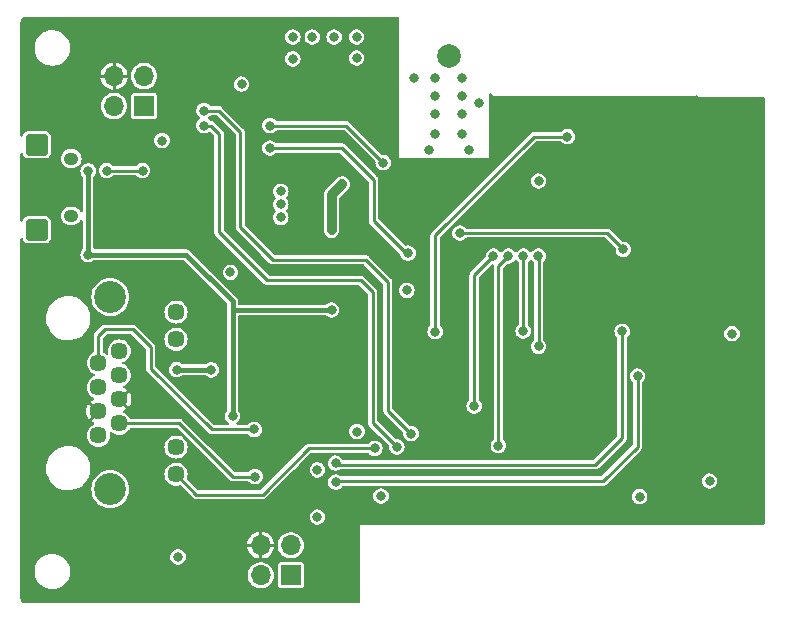
<source format=gbl>
G04 #@! TF.GenerationSoftware,KiCad,Pcbnew,7.0.7*
G04 #@! TF.CreationDate,2023-11-16T11:56:59+01:00*
G04 #@! TF.ProjectId,ithowifi_4l,6974686f-7769-4666-995f-346c2e6b6963,rev?*
G04 #@! TF.SameCoordinates,Original*
G04 #@! TF.FileFunction,Copper,L4,Bot*
G04 #@! TF.FilePolarity,Positive*
%FSLAX46Y46*%
G04 Gerber Fmt 4.6, Leading zero omitted, Abs format (unit mm)*
G04 Created by KiCad (PCBNEW 7.0.7) date 2023-11-16 11:56:59*
%MOMM*%
%LPD*%
G01*
G04 APERTURE LIST*
G04 Aperture macros list*
%AMRoundRect*
0 Rectangle with rounded corners*
0 $1 Rounding radius*
0 $2 $3 $4 $5 $6 $7 $8 $9 X,Y pos of 4 corners*
0 Add a 4 corners polygon primitive as box body*
4,1,4,$2,$3,$4,$5,$6,$7,$8,$9,$2,$3,0*
0 Add four circle primitives for the rounded corners*
1,1,$1+$1,$2,$3*
1,1,$1+$1,$4,$5*
1,1,$1+$1,$6,$7*
1,1,$1+$1,$8,$9*
0 Add four rect primitives between the rounded corners*
20,1,$1+$1,$2,$3,$4,$5,0*
20,1,$1+$1,$4,$5,$6,$7,0*
20,1,$1+$1,$6,$7,$8,$9,0*
20,1,$1+$1,$8,$9,$2,$3,0*%
G04 Aperture macros list end*
G04 #@! TA.AperFunction,ComponentPad*
%ADD10R,1.700000X1.700000*%
G04 #@! TD*
G04 #@! TA.AperFunction,ComponentPad*
%ADD11O,1.700000X1.700000*%
G04 #@! TD*
G04 #@! TA.AperFunction,ComponentPad*
%ADD12RoundRect,0.273000X-0.677000X0.637000X-0.677000X-0.637000X0.677000X-0.637000X0.677000X0.637000X0*%
G04 #@! TD*
G04 #@! TA.AperFunction,ComponentPad*
%ADD13O,1.250000X1.050000*%
G04 #@! TD*
G04 #@! TA.AperFunction,ComponentPad*
%ADD14C,1.446000*%
G04 #@! TD*
G04 #@! TA.AperFunction,ComponentPad*
%ADD15C,2.700000*%
G04 #@! TD*
G04 #@! TA.AperFunction,ComponentPad*
%ADD16C,2.000000*%
G04 #@! TD*
G04 #@! TA.AperFunction,ViaPad*
%ADD17C,0.800000*%
G04 #@! TD*
G04 #@! TA.AperFunction,Conductor*
%ADD18C,0.406400*%
G04 #@! TD*
G04 #@! TA.AperFunction,Conductor*
%ADD19C,0.812800*%
G04 #@! TD*
G04 #@! TA.AperFunction,Conductor*
%ADD20C,0.293370*%
G04 #@! TD*
G04 #@! TA.AperFunction,Conductor*
%ADD21C,0.250000*%
G04 #@! TD*
G04 #@! TA.AperFunction,Conductor*
%ADD22C,0.254000*%
G04 #@! TD*
G04 APERTURE END LIST*
D10*
X75666600Y-154025600D03*
D11*
X73126600Y-154025600D03*
X75666600Y-151485600D03*
X73126600Y-151485600D03*
D12*
X54178200Y-117568000D03*
D13*
X57078200Y-118743000D03*
X57078200Y-123593000D03*
D12*
X54178200Y-124768000D03*
D14*
X59372500Y-142176500D03*
X61152500Y-141156500D03*
X59372500Y-140136500D03*
X61152500Y-139116500D03*
X59372500Y-138096500D03*
X61152500Y-137076500D03*
X59372500Y-136056500D03*
X61152500Y-135036500D03*
X65962500Y-145466500D03*
X65962500Y-143176500D03*
X65962500Y-134036500D03*
X65962500Y-131746500D03*
D15*
X60392500Y-130476500D03*
X60392500Y-146736500D03*
D10*
X63246000Y-114300000D03*
D11*
X60706000Y-114300000D03*
X63246000Y-111760000D03*
X60706000Y-111760000D03*
D16*
X89052400Y-110032800D03*
D17*
X85039200Y-121531200D03*
X85039200Y-123731200D03*
X85039200Y-122631200D03*
X109270800Y-148844000D03*
X76225400Y-114427000D03*
X108000000Y-114100000D03*
X104400000Y-114100000D03*
X102600000Y-114100000D03*
X79121000Y-134112000D03*
X100800000Y-114100000D03*
X87400000Y-118000000D03*
X87900000Y-116650000D03*
X115150000Y-114100000D03*
X100177600Y-142824200D03*
X90200000Y-113450000D03*
X87400000Y-119350000D03*
X100177600Y-141300200D03*
X93600000Y-114100000D03*
X100177600Y-139750800D03*
X98679000Y-139750800D03*
X91650000Y-114050000D03*
X97155000Y-139725400D03*
X98679000Y-141300200D03*
X69088000Y-132969000D03*
X90200000Y-111900000D03*
X87900000Y-113450000D03*
X90200000Y-116650000D03*
X111600000Y-114100000D03*
X90200000Y-115000000D03*
X79121000Y-135255000D03*
X84201000Y-111887000D03*
X84201000Y-107442000D03*
X95400000Y-114100000D03*
X90800000Y-118000000D03*
X86100000Y-111900000D03*
X69088000Y-135255000D03*
X82473800Y-114325400D03*
X97155000Y-141274800D03*
X69088000Y-134112000D03*
X98679000Y-142824200D03*
X87630000Y-148590000D03*
X97200000Y-114100000D03*
X84201000Y-108966000D03*
X90800000Y-119350000D03*
X113350000Y-114100000D03*
X87900000Y-115000000D03*
X79121000Y-132969000D03*
X105308400Y-148640800D03*
X109800000Y-114100000D03*
X99000000Y-114100000D03*
X106200000Y-114100000D03*
X97155000Y-142798800D03*
X84201000Y-110490000D03*
X87900000Y-111887000D03*
X58510873Y-126883727D03*
X79121000Y-131572000D03*
X70739000Y-140538200D03*
X58510873Y-119790990D03*
X79121000Y-124815600D03*
X80010000Y-120904000D03*
X74828400Y-121531200D03*
X74828400Y-123731200D03*
X74828400Y-122631200D03*
X75844400Y-110299500D03*
X75844400Y-108458000D03*
X77495400Y-108458000D03*
X79336900Y-108458000D03*
X81241900Y-108458000D03*
X81241900Y-110236000D03*
X66120300Y-152467600D03*
X113030000Y-133578600D03*
X64770000Y-117221000D03*
X71501000Y-112445800D03*
X70561200Y-128371600D03*
X83312000Y-147320000D03*
X85500000Y-129900000D03*
X77927200Y-145097506D03*
X105206800Y-147370800D03*
X81280000Y-141859000D03*
X111125000Y-146050000D03*
X96650000Y-120650000D03*
X77927200Y-149098000D03*
X93250000Y-143050000D03*
X94100000Y-127000000D03*
X91200000Y-139700000D03*
X92830000Y-127000000D03*
X96650000Y-134650000D03*
X96640000Y-127000000D03*
X95350000Y-133350000D03*
X95370010Y-127000000D03*
X99100004Y-116900000D03*
X87900000Y-133400000D03*
X79460000Y-144530000D03*
X103733600Y-133375400D03*
X105029000Y-137160000D03*
X79480000Y-146140000D03*
X60071000Y-119761000D03*
X63119000Y-119761000D03*
X66014600Y-136626600D03*
X68943500Y-136634500D03*
X82778600Y-143281400D03*
X68326000Y-114681000D03*
X85852000Y-142036800D03*
X84658200Y-143154400D03*
X68326000Y-115951000D03*
X72644000Y-145669000D03*
X72567800Y-141681200D03*
X73914000Y-115951000D03*
X90000000Y-125050000D03*
X103825000Y-126425000D03*
X83500000Y-119099992D03*
X73914000Y-117856000D03*
X85600000Y-126750000D03*
D18*
X70739000Y-130810000D02*
X70739000Y-131572000D01*
D19*
X80010000Y-120904000D02*
X79121000Y-121793000D01*
D18*
X58510873Y-126883727D02*
X58510873Y-119790990D01*
X66812727Y-126883727D02*
X70739000Y-130810000D01*
D19*
X79121000Y-121793000D02*
X79121000Y-124815600D01*
D18*
X58510873Y-126883727D02*
X66812727Y-126883727D01*
X70739000Y-131572000D02*
X70739000Y-140538200D01*
X79121000Y-131572000D02*
X70739000Y-131572000D01*
D20*
X94100000Y-127000000D02*
X93250000Y-127850000D01*
X93250000Y-127850000D02*
X93250000Y-143050000D01*
X91200000Y-139700000D02*
X91200000Y-128630000D01*
X91200000Y-128630000D02*
X92830000Y-127000000D01*
D21*
X96650000Y-134650000D02*
X96650000Y-127010000D01*
X96650000Y-127010000D02*
X96640000Y-127000000D01*
X95350000Y-133350000D02*
X95350000Y-127020010D01*
X95350000Y-127020010D02*
X95370010Y-127000000D01*
D20*
X96250000Y-116900000D02*
X99100004Y-116900000D01*
X87900000Y-133400000D02*
X87900000Y-125250000D01*
X87900000Y-125250000D02*
X96250000Y-116900000D01*
X89130010Y-110110410D02*
X89052400Y-110032800D01*
X79509996Y-144660000D02*
X79450000Y-144600004D01*
X103733600Y-133375400D02*
X103733600Y-142392400D01*
X101466000Y-144660000D02*
X79509996Y-144660000D01*
X103733600Y-142392400D02*
X101466000Y-144660000D01*
X105029000Y-137160000D02*
X105029000Y-143129000D01*
X102108000Y-146050000D02*
X79502000Y-146050000D01*
X105029000Y-143129000D02*
X102108000Y-146050000D01*
D22*
X63119000Y-119761000D02*
X60071000Y-119761000D01*
D18*
X68943500Y-136634500D02*
X66022500Y-136634500D01*
X66022500Y-136634500D02*
X66014600Y-136626600D01*
D22*
X65962500Y-145466500D02*
X67689000Y-147193000D01*
X67689000Y-147193000D02*
X73279000Y-147193000D01*
X77190600Y-143281400D02*
X82778600Y-143281400D01*
X73279000Y-147193000D02*
X77190600Y-143281400D01*
X83900000Y-129200000D02*
X83900000Y-140084800D01*
X71374000Y-124536200D02*
X74168000Y-127330200D01*
X69570600Y-114681000D02*
X71374000Y-116484400D01*
X68326000Y-114681000D02*
X69570600Y-114681000D01*
X83900000Y-140084800D02*
X85852000Y-142036800D01*
X82030200Y-127330200D02*
X83900000Y-129200000D01*
X71374000Y-116484400D02*
X71374000Y-124536200D01*
X74168000Y-127330200D02*
X82030200Y-127330200D01*
D20*
X81584800Y-129057400D02*
X73685400Y-129057400D01*
X73685400Y-129057400D02*
X69596000Y-124968000D01*
X68910200Y-115951000D02*
X68326000Y-115951000D01*
X84658200Y-143154400D02*
X82600000Y-141096200D01*
X69596000Y-124968000D02*
X69596000Y-116636800D01*
X69596000Y-116636800D02*
X68910200Y-115951000D01*
X82600000Y-130072600D02*
X81584800Y-129057400D01*
X82600000Y-141096200D02*
X82600000Y-130072600D01*
X66226500Y-141156500D02*
X61152500Y-141156500D01*
X72644000Y-145669000D02*
X70739000Y-145669000D01*
X70739000Y-145669000D02*
X66226500Y-141156500D01*
X63804800Y-134721600D02*
X63804800Y-136525000D01*
X59944000Y-133197600D02*
X62280800Y-133197600D01*
X59372500Y-136056500D02*
X59372500Y-133769100D01*
X68961000Y-141681200D02*
X72567800Y-141681200D01*
X62280800Y-133197600D02*
X63804800Y-134721600D01*
X59372500Y-133769100D02*
X59944000Y-133197600D01*
X63804800Y-136525000D02*
X68961000Y-141681200D01*
D22*
X73914000Y-115951000D02*
X80351008Y-115951000D01*
X80351008Y-115951000D02*
X83500000Y-119099992D01*
D21*
X102450000Y-125050000D02*
X90000000Y-125050000D01*
X103825000Y-126425000D02*
X102450000Y-125050000D01*
D20*
X80010000Y-117856000D02*
X82677000Y-120523000D01*
X73914000Y-117856000D02*
X80010000Y-117856000D01*
X82677000Y-124027000D02*
X85400000Y-126750000D01*
X85400000Y-126750000D02*
X85600000Y-126750000D01*
X82677000Y-120523000D02*
X82677000Y-124027000D01*
G04 #@! TA.AperFunction,Conductor*
G36*
X84794531Y-106737713D02*
G01*
X84831076Y-106788013D01*
X84836000Y-106819100D01*
X84836000Y-118679000D01*
X92456000Y-118679000D01*
X92456000Y-113296788D01*
X92475213Y-113237657D01*
X92525513Y-113201112D01*
X92587687Y-113201112D01*
X92626265Y-113226783D01*
X92627455Y-113225551D01*
X92630776Y-113228758D01*
X92630781Y-113228764D01*
X92762226Y-113334199D01*
X92910731Y-113413828D01*
X93071290Y-113464968D01*
X93071294Y-113464968D01*
X93071300Y-113464970D01*
X93154823Y-113475423D01*
X93238492Y-113485895D01*
X93319612Y-113481035D01*
X93322617Y-113480946D01*
X109631484Y-113481802D01*
X109631571Y-113481831D01*
X109631572Y-113481805D01*
X109673216Y-113481842D01*
X109673216Y-113481843D01*
X109736073Y-113481901D01*
X109858685Y-113454153D01*
X109965892Y-113403015D01*
X110027530Y-113394899D01*
X110082171Y-113424565D01*
X110108939Y-113480681D01*
X110109783Y-113495676D01*
X110108999Y-113537999D01*
X110109000Y-113538000D01*
X115680900Y-113538000D01*
X115740031Y-113557213D01*
X115776576Y-113607513D01*
X115781500Y-113638600D01*
X115781500Y-149667400D01*
X115762287Y-149726531D01*
X115711987Y-149763076D01*
X115680900Y-149768000D01*
X81532000Y-149768000D01*
X81532000Y-156316900D01*
X81512787Y-156376031D01*
X81462487Y-156412576D01*
X81431400Y-156417500D01*
X53235298Y-156417500D01*
X53228727Y-156417069D01*
X53210655Y-156414690D01*
X53128792Y-156403912D01*
X53103425Y-156397115D01*
X53019487Y-156362347D01*
X52996743Y-156349216D01*
X52924660Y-156293904D01*
X52906095Y-156275339D01*
X52850781Y-156203252D01*
X52837654Y-156180516D01*
X52802884Y-156096574D01*
X52796087Y-156071206D01*
X52782931Y-155971274D01*
X52782500Y-155964702D01*
X52782500Y-153828340D01*
X53981500Y-153828340D01*
X54022429Y-154073613D01*
X54103171Y-154308809D01*
X54103172Y-154308810D01*
X54221521Y-154527501D01*
X54221523Y-154527503D01*
X54221526Y-154527509D01*
X54374262Y-154723744D01*
X54374266Y-154723749D01*
X54521668Y-154859441D01*
X54557215Y-154892164D01*
X54765393Y-155028173D01*
X54993119Y-155128063D01*
X55234179Y-155189108D01*
X55234182Y-155189108D01*
X55234185Y-155189109D01*
X55373890Y-155200684D01*
X55419933Y-155204500D01*
X55419935Y-155204500D01*
X55544065Y-155204500D01*
X55544067Y-155204500D01*
X55596623Y-155200145D01*
X55729814Y-155189109D01*
X55729816Y-155189108D01*
X55729821Y-155189108D01*
X55970881Y-155128063D01*
X56198607Y-155028173D01*
X56406785Y-154892164D01*
X56589738Y-154723744D01*
X56742474Y-154527509D01*
X56860828Y-154308810D01*
X56941571Y-154073614D01*
X56949583Y-154025600D01*
X72017368Y-154025600D01*
X72036254Y-154229416D01*
X72036254Y-154229417D01*
X72092272Y-154426303D01*
X72092273Y-154426304D01*
X72183509Y-154609530D01*
X72183510Y-154609531D01*
X72183512Y-154609535D01*
X72306868Y-154772885D01*
X72458128Y-154910778D01*
X72458132Y-154910781D01*
X72458138Y-154910786D01*
X72632173Y-155018544D01*
X72823044Y-155092488D01*
X72872424Y-155101718D01*
X73024251Y-155130100D01*
X73024253Y-155130100D01*
X73228948Y-155130100D01*
X73307950Y-155115332D01*
X73430156Y-155092488D01*
X73621027Y-155018544D01*
X73795062Y-154910786D01*
X73806164Y-154900665D01*
X74562100Y-154900665D01*
X74576866Y-154974901D01*
X74576867Y-154974904D01*
X74633114Y-155059082D01*
X74633115Y-155059083D01*
X74633116Y-155059084D01*
X74717299Y-155115334D01*
X74791533Y-155130100D01*
X76541666Y-155130099D01*
X76615901Y-155115334D01*
X76700084Y-155059084D01*
X76756334Y-154974901D01*
X76771100Y-154900667D01*
X76771099Y-153150534D01*
X76756334Y-153076299D01*
X76756332Y-153076297D01*
X76756332Y-153076295D01*
X76700085Y-152992117D01*
X76700083Y-152992115D01*
X76650092Y-152958712D01*
X76615901Y-152935866D01*
X76615900Y-152935865D01*
X76615899Y-152935865D01*
X76560098Y-152924766D01*
X76541667Y-152921100D01*
X76541666Y-152921100D01*
X74791534Y-152921100D01*
X74717298Y-152935866D01*
X74717295Y-152935867D01*
X74633117Y-152992114D01*
X74633115Y-152992116D01*
X74576865Y-153076300D01*
X74562100Y-153150533D01*
X74562100Y-154900665D01*
X73806164Y-154900665D01*
X73946332Y-154772885D01*
X74069688Y-154609535D01*
X74160928Y-154426301D01*
X74216945Y-154229421D01*
X74235832Y-154025600D01*
X74216945Y-153821779D01*
X74160928Y-153624899D01*
X74069688Y-153441665D01*
X73946332Y-153278315D01*
X73946331Y-153278314D01*
X73795071Y-153140421D01*
X73795066Y-153140417D01*
X73795062Y-153140414D01*
X73621027Y-153032656D01*
X73621023Y-153032654D01*
X73430154Y-152958711D01*
X73430149Y-152958710D01*
X73228949Y-152921100D01*
X73228947Y-152921100D01*
X73024253Y-152921100D01*
X73024251Y-152921100D01*
X72823050Y-152958710D01*
X72823045Y-152958711D01*
X72632176Y-153032654D01*
X72632172Y-153032656D01*
X72549151Y-153084061D01*
X72458138Y-153140414D01*
X72458136Y-153140415D01*
X72458137Y-153140415D01*
X72458128Y-153140421D01*
X72306868Y-153278314D01*
X72183510Y-153441668D01*
X72183509Y-153441669D01*
X72092273Y-153624895D01*
X72092272Y-153624896D01*
X72036254Y-153821782D01*
X72036254Y-153821783D01*
X72017368Y-154025600D01*
X56949583Y-154025600D01*
X56982500Y-153828335D01*
X56982500Y-153579665D01*
X56941571Y-153334386D01*
X56860828Y-153099190D01*
X56764451Y-152921101D01*
X56742478Y-152880498D01*
X56742477Y-152880497D01*
X56742474Y-152880491D01*
X56589738Y-152684256D01*
X56589736Y-152684254D01*
X56589733Y-152684250D01*
X56406788Y-152515839D01*
X56406785Y-152515836D01*
X56332954Y-152467600D01*
X65460993Y-152467600D01*
X65480151Y-152625382D01*
X65536513Y-152773995D01*
X65626802Y-152904801D01*
X65626803Y-152904802D01*
X65626804Y-152904803D01*
X65626805Y-152904804D01*
X65745768Y-153010197D01*
X65745769Y-153010198D01*
X65745771Y-153010199D01*
X65886507Y-153084063D01*
X66040829Y-153122100D01*
X66040833Y-153122100D01*
X66199767Y-153122100D01*
X66199771Y-153122100D01*
X66354093Y-153084063D01*
X66494829Y-153010199D01*
X66613798Y-152904801D01*
X66704087Y-152773995D01*
X66760449Y-152625382D01*
X66779607Y-152467600D01*
X66760449Y-152309818D01*
X66704087Y-152161205D01*
X66613798Y-152030399D01*
X66613795Y-152030396D01*
X66613794Y-152030395D01*
X66494831Y-151925002D01*
X66494830Y-151925001D01*
X66354095Y-151851138D01*
X66354094Y-151851137D01*
X66354093Y-151851137D01*
X66275847Y-151831851D01*
X66199773Y-151813100D01*
X66199771Y-151813100D01*
X66040829Y-151813100D01*
X66040826Y-151813100D01*
X65926714Y-151841226D01*
X65886507Y-151851137D01*
X65886506Y-151851137D01*
X65886504Y-151851138D01*
X65745769Y-151925001D01*
X65745768Y-151925002D01*
X65626805Y-152030395D01*
X65626804Y-152030396D01*
X65536512Y-152161206D01*
X65514635Y-152218892D01*
X65480151Y-152309818D01*
X65460993Y-152467600D01*
X56332954Y-152467600D01*
X56198612Y-152379830D01*
X56198610Y-152379829D01*
X56198607Y-152379827D01*
X55970881Y-152279937D01*
X55970881Y-152279936D01*
X55729814Y-152218890D01*
X55563478Y-152205108D01*
X55544067Y-152203500D01*
X55419933Y-152203500D01*
X55401485Y-152205028D01*
X55234185Y-152218890D01*
X54993118Y-152279937D01*
X54924997Y-152309818D01*
X54765393Y-152379827D01*
X54765391Y-152379828D01*
X54765387Y-152379830D01*
X54557214Y-152515836D01*
X54557211Y-152515839D01*
X54374266Y-152684250D01*
X54221521Y-152880498D01*
X54103172Y-153099189D01*
X54103171Y-153099190D01*
X54022429Y-153334386D01*
X53981500Y-153579659D01*
X53981500Y-153828340D01*
X52782500Y-153828340D01*
X52782500Y-151358599D01*
X71978620Y-151358599D01*
X71978621Y-151358600D01*
X72526000Y-151358600D01*
X72585131Y-151377813D01*
X72621676Y-151428113D01*
X72626600Y-151459200D01*
X72626600Y-151512000D01*
X72607387Y-151571131D01*
X72557087Y-151607676D01*
X72526000Y-151612600D01*
X71978621Y-151612600D01*
X71986599Y-151698698D01*
X72045168Y-151904551D01*
X72045169Y-151904552D01*
X72140560Y-152096123D01*
X72269537Y-152266917D01*
X72427686Y-152411090D01*
X72427695Y-152411096D01*
X72609655Y-152523762D01*
X72609659Y-152523764D01*
X72809219Y-152601073D01*
X72999599Y-152636662D01*
X72999600Y-152636662D01*
X72999600Y-152086200D01*
X73018813Y-152027069D01*
X73069113Y-151990524D01*
X73100200Y-151985600D01*
X73153000Y-151985600D01*
X73212131Y-152004813D01*
X73248676Y-152055113D01*
X73253600Y-152086200D01*
X73253600Y-152636662D01*
X73443980Y-152601073D01*
X73643540Y-152523764D01*
X73643544Y-152523762D01*
X73825504Y-152411096D01*
X73825513Y-152411090D01*
X73983662Y-152266917D01*
X74112638Y-152096123D01*
X74112639Y-152096123D01*
X74208030Y-151904552D01*
X74208031Y-151904551D01*
X74266600Y-151698698D01*
X74274579Y-151612600D01*
X73727200Y-151612600D01*
X73668069Y-151593387D01*
X73631524Y-151543087D01*
X73626600Y-151512000D01*
X73626600Y-151485600D01*
X74557368Y-151485600D01*
X74576254Y-151689416D01*
X74576254Y-151689417D01*
X74632272Y-151886303D01*
X74632273Y-151886304D01*
X74723509Y-152069530D01*
X74723510Y-152069531D01*
X74723512Y-152069535D01*
X74836301Y-152218892D01*
X74846868Y-152232885D01*
X74998128Y-152370778D01*
X74998132Y-152370781D01*
X74998138Y-152370786D01*
X75172173Y-152478544D01*
X75363044Y-152552488D01*
X75412424Y-152561718D01*
X75564251Y-152590100D01*
X75564253Y-152590100D01*
X75768948Y-152590100D01*
X75844861Y-152575909D01*
X75970156Y-152552488D01*
X76161027Y-152478544D01*
X76335062Y-152370786D01*
X76486332Y-152232885D01*
X76609688Y-152069535D01*
X76700928Y-151886301D01*
X76756945Y-151689421D01*
X76775832Y-151485600D01*
X76756945Y-151281779D01*
X76700928Y-151084899D01*
X76609688Y-150901665D01*
X76486332Y-150738315D01*
X76449000Y-150704282D01*
X76335071Y-150600421D01*
X76335066Y-150600417D01*
X76335062Y-150600414D01*
X76161027Y-150492656D01*
X76161023Y-150492654D01*
X75970154Y-150418711D01*
X75970149Y-150418710D01*
X75768949Y-150381100D01*
X75768947Y-150381100D01*
X75564253Y-150381100D01*
X75564251Y-150381100D01*
X75363050Y-150418710D01*
X75363045Y-150418711D01*
X75172176Y-150492654D01*
X75172172Y-150492656D01*
X75064414Y-150559377D01*
X74998138Y-150600414D01*
X74998136Y-150600415D01*
X74998137Y-150600415D01*
X74998128Y-150600421D01*
X74846868Y-150738314D01*
X74723510Y-150901668D01*
X74723509Y-150901669D01*
X74632273Y-151084895D01*
X74632272Y-151084896D01*
X74576254Y-151281782D01*
X74576254Y-151281783D01*
X74557368Y-151485600D01*
X73626600Y-151485600D01*
X73626600Y-151459200D01*
X73645813Y-151400069D01*
X73696113Y-151363524D01*
X73727200Y-151358600D01*
X74274579Y-151358600D01*
X74274579Y-151358599D01*
X74266600Y-151272501D01*
X74208031Y-151066648D01*
X74208030Y-151066647D01*
X74112639Y-150875076D01*
X73983662Y-150704282D01*
X73825513Y-150560109D01*
X73825504Y-150560103D01*
X73643544Y-150447437D01*
X73643540Y-150447435D01*
X73443981Y-150370126D01*
X73253600Y-150334537D01*
X73253600Y-150885000D01*
X73234387Y-150944131D01*
X73184087Y-150980676D01*
X73153000Y-150985600D01*
X73100200Y-150985600D01*
X73041069Y-150966387D01*
X73004524Y-150916087D01*
X72999600Y-150885000D01*
X72999600Y-150334537D01*
X72809218Y-150370126D01*
X72609659Y-150447435D01*
X72609655Y-150447437D01*
X72427695Y-150560103D01*
X72427686Y-150560109D01*
X72269537Y-150704282D01*
X72140561Y-150875076D01*
X72140560Y-150875076D01*
X72045169Y-151066647D01*
X72045168Y-151066648D01*
X71986599Y-151272501D01*
X71978620Y-151358599D01*
X52782500Y-151358599D01*
X52782500Y-149098000D01*
X77267893Y-149098000D01*
X77287051Y-149255782D01*
X77343413Y-149404395D01*
X77433702Y-149535201D01*
X77433703Y-149535202D01*
X77433704Y-149535203D01*
X77433705Y-149535204D01*
X77552668Y-149640597D01*
X77552669Y-149640598D01*
X77552671Y-149640599D01*
X77693407Y-149714463D01*
X77847729Y-149752500D01*
X77847733Y-149752500D01*
X78006667Y-149752500D01*
X78006671Y-149752500D01*
X78160993Y-149714463D01*
X78301729Y-149640599D01*
X78420698Y-149535201D01*
X78510987Y-149404395D01*
X78567349Y-149255782D01*
X78586507Y-149098000D01*
X78567349Y-148940218D01*
X78510987Y-148791605D01*
X78420698Y-148660799D01*
X78420695Y-148660796D01*
X78420694Y-148660795D01*
X78301731Y-148555402D01*
X78301730Y-148555401D01*
X78160995Y-148481538D01*
X78160994Y-148481537D01*
X78160993Y-148481537D01*
X78082747Y-148462251D01*
X78006673Y-148443500D01*
X78006671Y-148443500D01*
X77847729Y-148443500D01*
X77847726Y-148443500D01*
X77733614Y-148471626D01*
X77693407Y-148481537D01*
X77693406Y-148481537D01*
X77693404Y-148481538D01*
X77552669Y-148555401D01*
X77552668Y-148555402D01*
X77433705Y-148660795D01*
X77433704Y-148660796D01*
X77343412Y-148791606D01*
X77287051Y-148940217D01*
X77287051Y-148940218D01*
X77267893Y-149098000D01*
X52782500Y-149098000D01*
X52782500Y-145025187D01*
X54953238Y-145025187D01*
X54983263Y-145298071D01*
X55052704Y-145563682D01*
X55160077Y-145816353D01*
X55275711Y-146005825D01*
X55303095Y-146050696D01*
X55377414Y-146140000D01*
X55478711Y-146261720D01*
X55478715Y-146261725D01*
X55683179Y-146444925D01*
X55912138Y-146596403D01*
X55912143Y-146596405D01*
X56160709Y-146712928D01*
X56160713Y-146712929D01*
X56160721Y-146712933D01*
X56423619Y-146792027D01*
X56423620Y-146792027D01*
X56423623Y-146792028D01*
X56581941Y-146815327D01*
X56695231Y-146832000D01*
X56695233Y-146832000D01*
X56901051Y-146832000D01*
X56934802Y-146829529D01*
X57106305Y-146816977D01*
X57374275Y-146757284D01*
X57428617Y-146736500D01*
X58783039Y-146736500D01*
X58802853Y-146988272D01*
X58802854Y-146988278D01*
X58861810Y-147233849D01*
X58958457Y-147467174D01*
X58958459Y-147467180D01*
X59090420Y-147682519D01*
X59090423Y-147682522D01*
X59254436Y-147874558D01*
X59254441Y-147874563D01*
X59446477Y-148038576D01*
X59446480Y-148038579D01*
X59661819Y-148170540D01*
X59661825Y-148170542D01*
X59895150Y-148267189D01*
X60128535Y-148323219D01*
X60140725Y-148326146D01*
X60392500Y-148345961D01*
X60644275Y-148326146D01*
X60730196Y-148305517D01*
X60889849Y-148267189D01*
X60950794Y-148241944D01*
X61123180Y-148170540D01*
X61338517Y-148038581D01*
X61530561Y-147874561D01*
X61694581Y-147682517D01*
X61826540Y-147467180D01*
X61923188Y-147233851D01*
X61923187Y-147233851D01*
X61923189Y-147233849D01*
X61963869Y-147064405D01*
X61982146Y-146988275D01*
X62001961Y-146736500D01*
X61982146Y-146484725D01*
X61974094Y-146451185D01*
X61923189Y-146239150D01*
X61826542Y-146005825D01*
X61826540Y-146005819D01*
X61694579Y-145790480D01*
X61694576Y-145790477D01*
X61530563Y-145598441D01*
X61530558Y-145598436D01*
X61376078Y-145466499D01*
X64980270Y-145466499D01*
X64999143Y-145658127D01*
X65055039Y-145842387D01*
X65145801Y-146012191D01*
X65145810Y-146012204D01*
X65266625Y-146159416D01*
X65267959Y-146161041D01*
X65267964Y-146161045D01*
X65416795Y-146283189D01*
X65416808Y-146283198D01*
X65586612Y-146373960D01*
X65586614Y-146373960D01*
X65586617Y-146373962D01*
X65711723Y-146411913D01*
X65770872Y-146429856D01*
X65770873Y-146429856D01*
X65770876Y-146429857D01*
X65962500Y-146448730D01*
X66154124Y-146429857D01*
X66274586Y-146393314D01*
X66336749Y-146394534D01*
X66374925Y-146418447D01*
X67383882Y-147427405D01*
X67396966Y-147443517D01*
X67404438Y-147454954D01*
X67404440Y-147454956D01*
X67433516Y-147477586D01*
X67438193Y-147481717D01*
X67441589Y-147485112D01*
X67441596Y-147485118D01*
X67460898Y-147498898D01*
X67504914Y-147533158D01*
X67511935Y-147536956D01*
X67519128Y-147540473D01*
X67519131Y-147540475D01*
X67572582Y-147556388D01*
X67625339Y-147574500D01*
X67625340Y-147574500D01*
X67633214Y-147575814D01*
X67641157Y-147576804D01*
X67641159Y-147576805D01*
X67641160Y-147576804D01*
X67641161Y-147576805D01*
X67696884Y-147574500D01*
X73228999Y-147574500D01*
X73249643Y-147576640D01*
X73263017Y-147579445D01*
X73299582Y-147574886D01*
X73305811Y-147574500D01*
X73310609Y-147574500D01*
X73310611Y-147574500D01*
X73310613Y-147574499D01*
X73310620Y-147574499D01*
X73328168Y-147571569D01*
X73334004Y-147570596D01*
X73389360Y-147563696D01*
X73389366Y-147563692D01*
X73397012Y-147561417D01*
X73404580Y-147558818D01*
X73404586Y-147558818D01*
X73453641Y-147532270D01*
X73503746Y-147507776D01*
X73503749Y-147507772D01*
X73510260Y-147503123D01*
X73516555Y-147498223D01*
X73516562Y-147498220D01*
X73554341Y-147457180D01*
X73691521Y-147320000D01*
X82652693Y-147320000D01*
X82671851Y-147477782D01*
X82728213Y-147626395D01*
X82818502Y-147757201D01*
X82818503Y-147757202D01*
X82818504Y-147757203D01*
X82818505Y-147757204D01*
X82937468Y-147862597D01*
X82937469Y-147862598D01*
X82937471Y-147862599D01*
X83078207Y-147936463D01*
X83232529Y-147974500D01*
X83232533Y-147974500D01*
X83391467Y-147974500D01*
X83391471Y-147974500D01*
X83545793Y-147936463D01*
X83686529Y-147862599D01*
X83805498Y-147757201D01*
X83895787Y-147626395D01*
X83952149Y-147477782D01*
X83965139Y-147370800D01*
X104547493Y-147370800D01*
X104566651Y-147528582D01*
X104623013Y-147677195D01*
X104713302Y-147808001D01*
X104713303Y-147808002D01*
X104713304Y-147808003D01*
X104713305Y-147808004D01*
X104832268Y-147913397D01*
X104832269Y-147913398D01*
X104832271Y-147913399D01*
X104973007Y-147987263D01*
X105127329Y-148025300D01*
X105127333Y-148025300D01*
X105286267Y-148025300D01*
X105286271Y-148025300D01*
X105440593Y-147987263D01*
X105581329Y-147913399D01*
X105700298Y-147808001D01*
X105790587Y-147677195D01*
X105846949Y-147528582D01*
X105866107Y-147370800D01*
X105846949Y-147213018D01*
X105790587Y-147064405D01*
X105700298Y-146933599D01*
X105700295Y-146933596D01*
X105700294Y-146933595D01*
X105581331Y-146828202D01*
X105581330Y-146828201D01*
X105440595Y-146754338D01*
X105440594Y-146754337D01*
X105440593Y-146754337D01*
X105362346Y-146735051D01*
X105286273Y-146716300D01*
X105286271Y-146716300D01*
X105127329Y-146716300D01*
X105127326Y-146716300D01*
X105045374Y-146736500D01*
X104973007Y-146754337D01*
X104973006Y-146754337D01*
X104973004Y-146754338D01*
X104832269Y-146828201D01*
X104832268Y-146828202D01*
X104713305Y-146933595D01*
X104713304Y-146933596D01*
X104623012Y-147064406D01*
X104585917Y-147162218D01*
X104566651Y-147213018D01*
X104547493Y-147370800D01*
X83965139Y-147370800D01*
X83971307Y-147320000D01*
X83952149Y-147162218D01*
X83895787Y-147013605D01*
X83805498Y-146882799D01*
X83805495Y-146882796D01*
X83805494Y-146882795D01*
X83686531Y-146777402D01*
X83686530Y-146777401D01*
X83545795Y-146703538D01*
X83545794Y-146703537D01*
X83545793Y-146703537D01*
X83460836Y-146682597D01*
X83391473Y-146665500D01*
X83391471Y-146665500D01*
X83232529Y-146665500D01*
X83232526Y-146665500D01*
X83118414Y-146693626D01*
X83078207Y-146703537D01*
X83078206Y-146703537D01*
X83078204Y-146703538D01*
X82937469Y-146777401D01*
X82937468Y-146777402D01*
X82818505Y-146882795D01*
X82818504Y-146882796D01*
X82728212Y-147013606D01*
X82671851Y-147162218D01*
X82663154Y-147233849D01*
X82652693Y-147320000D01*
X73691521Y-147320000D01*
X74871522Y-146140000D01*
X78820693Y-146140000D01*
X78839851Y-146297782D01*
X78862080Y-146356395D01*
X78889940Y-146429856D01*
X78896213Y-146446395D01*
X78986502Y-146577201D01*
X78986503Y-146577202D01*
X78986504Y-146577203D01*
X78986505Y-146577204D01*
X79105468Y-146682597D01*
X79105469Y-146682598D01*
X79105471Y-146682599D01*
X79246207Y-146756463D01*
X79400529Y-146794500D01*
X79400533Y-146794500D01*
X79559467Y-146794500D01*
X79559471Y-146794500D01*
X79713793Y-146756463D01*
X79854529Y-146682599D01*
X79973498Y-146577201D01*
X80030488Y-146494636D01*
X80079891Y-146456888D01*
X80113280Y-146451185D01*
X102171539Y-146451185D01*
X102171541Y-146451185D01*
X102194419Y-146443751D01*
X102209750Y-146440070D01*
X102233518Y-146436306D01*
X102254955Y-146425382D01*
X102269523Y-146419348D01*
X102292405Y-146411914D01*
X102311869Y-146397771D01*
X102325319Y-146389529D01*
X102346750Y-146378611D01*
X102363617Y-146361742D01*
X102363622Y-146361739D01*
X102369352Y-146356009D01*
X102369354Y-146356008D01*
X102675362Y-146050000D01*
X110465693Y-146050000D01*
X110484851Y-146207782D01*
X110541213Y-146356395D01*
X110631502Y-146487201D01*
X110631503Y-146487202D01*
X110631504Y-146487203D01*
X110631505Y-146487204D01*
X110750468Y-146592597D01*
X110750469Y-146592598D01*
X110750471Y-146592599D01*
X110891207Y-146666463D01*
X111045529Y-146704500D01*
X111045533Y-146704500D01*
X111204467Y-146704500D01*
X111204471Y-146704500D01*
X111358793Y-146666463D01*
X111499529Y-146592599D01*
X111618498Y-146487201D01*
X111708787Y-146356395D01*
X111765149Y-146207782D01*
X111784307Y-146050000D01*
X111765149Y-145892218D01*
X111708787Y-145743605D01*
X111618498Y-145612799D01*
X111618495Y-145612796D01*
X111618494Y-145612795D01*
X111499531Y-145507402D01*
X111499530Y-145507401D01*
X111358795Y-145433538D01*
X111358794Y-145433537D01*
X111358793Y-145433537D01*
X111280546Y-145414251D01*
X111204473Y-145395500D01*
X111204471Y-145395500D01*
X111045529Y-145395500D01*
X111045526Y-145395500D01*
X110931414Y-145423626D01*
X110891207Y-145433537D01*
X110891206Y-145433537D01*
X110891204Y-145433538D01*
X110750469Y-145507401D01*
X110750468Y-145507402D01*
X110631505Y-145612795D01*
X110631504Y-145612796D01*
X110541212Y-145743606D01*
X110489893Y-145878924D01*
X110484851Y-145892218D01*
X110465693Y-146050000D01*
X102675362Y-146050000D01*
X105335008Y-143390354D01*
X105335009Y-143390352D01*
X105340739Y-143384622D01*
X105340742Y-143384617D01*
X105357611Y-143367750D01*
X105368529Y-143346319D01*
X105376771Y-143332869D01*
X105390914Y-143313405D01*
X105398348Y-143290523D01*
X105404382Y-143275955D01*
X105415306Y-143254518D01*
X105419070Y-143230750D01*
X105422751Y-143215419D01*
X105430185Y-143192541D01*
X105430185Y-143065459D01*
X105430185Y-137724258D01*
X105449398Y-137665128D01*
X105464069Y-137648963D01*
X105522498Y-137597201D01*
X105612787Y-137466395D01*
X105669149Y-137317782D01*
X105688307Y-137160000D01*
X105669149Y-137002218D01*
X105612787Y-136853605D01*
X105522498Y-136722799D01*
X105522495Y-136722796D01*
X105522494Y-136722795D01*
X105403531Y-136617402D01*
X105403530Y-136617401D01*
X105262795Y-136543538D01*
X105262794Y-136543537D01*
X105262793Y-136543537D01*
X105184547Y-136524251D01*
X105108473Y-136505500D01*
X105108471Y-136505500D01*
X104949529Y-136505500D01*
X104949526Y-136505500D01*
X104835414Y-136533626D01*
X104795207Y-136543537D01*
X104795206Y-136543537D01*
X104795204Y-136543538D01*
X104654469Y-136617401D01*
X104654468Y-136617402D01*
X104535505Y-136722795D01*
X104535504Y-136722796D01*
X104445212Y-136853606D01*
X104388850Y-137002218D01*
X104388851Y-137002218D01*
X104369693Y-137160000D01*
X104388851Y-137317782D01*
X104445213Y-137466395D01*
X104535502Y-137597201D01*
X104593926Y-137648960D01*
X104625445Y-137702551D01*
X104627815Y-137724259D01*
X104627815Y-142921153D01*
X104608602Y-142980284D01*
X104598350Y-142992288D01*
X101971288Y-145619350D01*
X101915890Y-145647576D01*
X101900153Y-145648815D01*
X79950716Y-145648815D01*
X79891585Y-145629602D01*
X79884006Y-145623515D01*
X79854531Y-145597402D01*
X79854530Y-145597401D01*
X79713795Y-145523538D01*
X79713794Y-145523537D01*
X79713793Y-145523537D01*
X79635547Y-145504251D01*
X79559473Y-145485500D01*
X79559471Y-145485500D01*
X79400529Y-145485500D01*
X79400526Y-145485500D01*
X79311673Y-145507401D01*
X79246207Y-145523537D01*
X79246206Y-145523537D01*
X79246204Y-145523538D01*
X79105469Y-145597401D01*
X79105468Y-145597402D01*
X78986505Y-145702795D01*
X78986504Y-145702796D01*
X78896212Y-145833606D01*
X78857327Y-145936137D01*
X78839851Y-145982218D01*
X78820693Y-146140000D01*
X74871522Y-146140000D01*
X75914016Y-145097506D01*
X77267893Y-145097506D01*
X77287051Y-145255288D01*
X77343413Y-145403901D01*
X77433702Y-145534707D01*
X77433703Y-145534708D01*
X77433704Y-145534709D01*
X77433705Y-145534710D01*
X77552668Y-145640103D01*
X77552669Y-145640104D01*
X77552671Y-145640105D01*
X77693407Y-145713969D01*
X77847729Y-145752006D01*
X77847733Y-145752006D01*
X78006667Y-145752006D01*
X78006671Y-145752006D01*
X78160993Y-145713969D01*
X78301729Y-145640105D01*
X78420698Y-145534707D01*
X78510987Y-145403901D01*
X78567349Y-145255288D01*
X78586507Y-145097506D01*
X78567349Y-144939724D01*
X78510987Y-144791111D01*
X78420698Y-144660305D01*
X78420695Y-144660302D01*
X78420694Y-144660301D01*
X78301731Y-144554908D01*
X78301730Y-144554907D01*
X78254273Y-144530000D01*
X78800693Y-144530000D01*
X78819851Y-144687782D01*
X78876213Y-144836395D01*
X78966502Y-144967201D01*
X78966503Y-144967202D01*
X78966504Y-144967203D01*
X78966505Y-144967204D01*
X79085468Y-145072597D01*
X79085469Y-145072598D01*
X79085471Y-145072599D01*
X79226207Y-145146463D01*
X79380529Y-145184500D01*
X79380533Y-145184500D01*
X79539467Y-145184500D01*
X79539471Y-145184500D01*
X79693793Y-145146463D01*
X79834321Y-145072707D01*
X79881072Y-145061185D01*
X101529539Y-145061185D01*
X101529541Y-145061185D01*
X101552419Y-145053751D01*
X101567750Y-145050070D01*
X101591518Y-145046306D01*
X101612955Y-145035382D01*
X101627523Y-145029348D01*
X101650405Y-145021914D01*
X101669869Y-145007771D01*
X101683319Y-144999529D01*
X101704750Y-144988611D01*
X101721617Y-144971742D01*
X101721622Y-144971739D01*
X101727352Y-144966009D01*
X101727354Y-144966008D01*
X104039608Y-142653754D01*
X104039609Y-142653752D01*
X104045339Y-142648022D01*
X104045342Y-142648017D01*
X104062211Y-142631150D01*
X104073129Y-142609719D01*
X104081371Y-142596269D01*
X104095514Y-142576805D01*
X104102948Y-142553923D01*
X104108982Y-142539355D01*
X104119906Y-142517918D01*
X104123670Y-142494150D01*
X104127351Y-142478819D01*
X104134785Y-142455941D01*
X104134785Y-142328858D01*
X104134785Y-133939659D01*
X104153998Y-133880528D01*
X104168669Y-133864363D01*
X104227098Y-133812601D01*
X104317387Y-133681795D01*
X104356524Y-133578600D01*
X112370693Y-133578600D01*
X112389851Y-133736382D01*
X112446213Y-133884995D01*
X112536502Y-134015801D01*
X112536503Y-134015802D01*
X112536504Y-134015803D01*
X112536505Y-134015804D01*
X112655468Y-134121197D01*
X112655469Y-134121198D01*
X112655471Y-134121199D01*
X112796207Y-134195063D01*
X112950529Y-134233100D01*
X112950533Y-134233100D01*
X113109467Y-134233100D01*
X113109471Y-134233100D01*
X113263793Y-134195063D01*
X113404529Y-134121199D01*
X113523498Y-134015801D01*
X113613787Y-133884995D01*
X113670149Y-133736382D01*
X113689307Y-133578600D01*
X113670149Y-133420818D01*
X113613787Y-133272205D01*
X113523498Y-133141399D01*
X113523495Y-133141396D01*
X113523494Y-133141395D01*
X113404531Y-133036002D01*
X113404530Y-133036001D01*
X113263795Y-132962138D01*
X113263794Y-132962137D01*
X113263793Y-132962137D01*
X113166657Y-132938195D01*
X113109473Y-132924100D01*
X113109471Y-132924100D01*
X112950529Y-132924100D01*
X112950526Y-132924100D01*
X112836415Y-132952226D01*
X112796207Y-132962137D01*
X112796206Y-132962137D01*
X112796204Y-132962138D01*
X112655469Y-133036001D01*
X112655468Y-133036002D01*
X112536505Y-133141395D01*
X112536504Y-133141396D01*
X112446212Y-133272206D01*
X112389851Y-133420818D01*
X112372743Y-133561720D01*
X112370693Y-133578600D01*
X104356524Y-133578600D01*
X104373749Y-133533182D01*
X104392907Y-133375400D01*
X104373749Y-133217618D01*
X104317387Y-133069005D01*
X104227098Y-132938199D01*
X104227095Y-132938196D01*
X104227094Y-132938195D01*
X104108131Y-132832802D01*
X104108130Y-132832801D01*
X103967395Y-132758938D01*
X103967394Y-132758937D01*
X103967393Y-132758937D01*
X103889147Y-132739651D01*
X103813073Y-132720900D01*
X103813071Y-132720900D01*
X103654129Y-132720900D01*
X103654126Y-132720900D01*
X103540014Y-132749026D01*
X103499807Y-132758937D01*
X103499806Y-132758937D01*
X103499804Y-132758938D01*
X103359069Y-132832801D01*
X103359068Y-132832802D01*
X103240105Y-132938195D01*
X103240104Y-132938196D01*
X103149812Y-133069006D01*
X103093451Y-133217618D01*
X103077293Y-133350696D01*
X103074293Y-133375400D01*
X103093451Y-133533182D01*
X103112988Y-133584696D01*
X103147295Y-133675157D01*
X103149813Y-133681795D01*
X103240102Y-133812601D01*
X103298526Y-133864360D01*
X103330045Y-133917951D01*
X103332415Y-133939659D01*
X103332415Y-142184553D01*
X103313202Y-142243684D01*
X103302950Y-142255688D01*
X101329288Y-144229350D01*
X101273890Y-144257576D01*
X101258153Y-144258815D01*
X80120890Y-144258815D01*
X80061759Y-144239602D01*
X80038098Y-144215363D01*
X79999006Y-144158729D01*
X79953498Y-144092799D01*
X79953495Y-144092796D01*
X79953494Y-144092795D01*
X79834531Y-143987402D01*
X79834530Y-143987401D01*
X79693795Y-143913538D01*
X79693794Y-143913537D01*
X79693793Y-143913537D01*
X79615546Y-143894251D01*
X79539473Y-143875500D01*
X79539471Y-143875500D01*
X79380529Y-143875500D01*
X79380526Y-143875500D01*
X79266415Y-143903626D01*
X79226207Y-143913537D01*
X79226206Y-143913537D01*
X79226204Y-143913538D01*
X79085469Y-143987401D01*
X79085468Y-143987402D01*
X78966505Y-144092795D01*
X78966504Y-144092796D01*
X78876212Y-144223606D01*
X78874034Y-144229350D01*
X78819851Y-144372218D01*
X78800693Y-144530000D01*
X78254273Y-144530000D01*
X78160995Y-144481044D01*
X78160994Y-144481043D01*
X78160993Y-144481043D01*
X78082747Y-144461757D01*
X78006673Y-144443006D01*
X78006671Y-144443006D01*
X77847729Y-144443006D01*
X77847726Y-144443006D01*
X77733614Y-144471132D01*
X77693407Y-144481043D01*
X77693406Y-144481043D01*
X77693404Y-144481044D01*
X77552669Y-144554907D01*
X77552668Y-144554908D01*
X77433705Y-144660301D01*
X77433704Y-144660302D01*
X77343412Y-144791112D01*
X77306739Y-144887812D01*
X77287051Y-144939724D01*
X77267893Y-145097506D01*
X75914016Y-145097506D01*
X76361721Y-144649801D01*
X77319158Y-143692365D01*
X77374556Y-143664139D01*
X77390293Y-143662900D01*
X82193855Y-143662900D01*
X82252986Y-143682113D01*
X82276646Y-143706352D01*
X82285096Y-143718594D01*
X82285105Y-143718604D01*
X82404068Y-143823997D01*
X82404069Y-143823998D01*
X82404071Y-143823999D01*
X82544807Y-143897863D01*
X82699129Y-143935900D01*
X82699133Y-143935900D01*
X82858067Y-143935900D01*
X82858071Y-143935900D01*
X83012393Y-143897863D01*
X83153129Y-143823999D01*
X83272098Y-143718601D01*
X83362387Y-143587795D01*
X83418749Y-143439182D01*
X83437907Y-143281400D01*
X83418749Y-143123618D01*
X83362387Y-142975005D01*
X83272098Y-142844199D01*
X83272095Y-142844196D01*
X83272094Y-142844195D01*
X83153131Y-142738802D01*
X83153130Y-142738801D01*
X83012395Y-142664938D01*
X83012394Y-142664937D01*
X83012393Y-142664937D01*
X82934146Y-142645651D01*
X82858073Y-142626900D01*
X82858071Y-142626900D01*
X82699129Y-142626900D01*
X82699126Y-142626900D01*
X82592178Y-142653261D01*
X82544807Y-142664937D01*
X82544806Y-142664937D01*
X82544804Y-142664938D01*
X82404069Y-142738801D01*
X82404068Y-142738802D01*
X82285105Y-142844195D01*
X82285096Y-142844205D01*
X82276646Y-142856448D01*
X82227244Y-142894198D01*
X82193855Y-142899900D01*
X77240602Y-142899900D01*
X77219957Y-142897759D01*
X77211229Y-142895929D01*
X77206580Y-142894954D01*
X77173618Y-142899064D01*
X77170016Y-142899513D01*
X77163790Y-142899900D01*
X77158985Y-142899900D01*
X77135593Y-142903804D01*
X77080240Y-142910703D01*
X77072565Y-142912988D01*
X77065014Y-142915581D01*
X77015968Y-142942123D01*
X76965854Y-142966623D01*
X76959363Y-142971256D01*
X76953039Y-142976179D01*
X76915269Y-143017207D01*
X73150442Y-146782035D01*
X73095044Y-146810261D01*
X73079307Y-146811500D01*
X67888693Y-146811500D01*
X67829562Y-146792287D01*
X67817558Y-146782035D01*
X66914447Y-145878924D01*
X66886221Y-145823526D01*
X66889314Y-145778585D01*
X66897378Y-145752005D01*
X66925857Y-145658124D01*
X66944730Y-145466500D01*
X66925857Y-145274876D01*
X66922995Y-145265443D01*
X66891669Y-145162174D01*
X66869962Y-145090617D01*
X66869960Y-145090614D01*
X66869960Y-145090612D01*
X66779198Y-144920808D01*
X66779189Y-144920795D01*
X66657045Y-144771964D01*
X66657041Y-144771959D01*
X66554472Y-144687782D01*
X66508204Y-144649810D01*
X66508191Y-144649801D01*
X66338387Y-144559039D01*
X66154127Y-144503143D01*
X65962500Y-144484270D01*
X65770872Y-144503143D01*
X65586612Y-144559039D01*
X65416808Y-144649801D01*
X65416795Y-144649810D01*
X65267964Y-144771954D01*
X65267954Y-144771964D01*
X65145810Y-144920795D01*
X65145801Y-144920808D01*
X65055039Y-145090612D01*
X64999143Y-145274872D01*
X64980270Y-145466499D01*
X61376078Y-145466499D01*
X61338522Y-145434423D01*
X61338519Y-145434420D01*
X61123180Y-145302459D01*
X61123174Y-145302457D01*
X60889849Y-145205810D01*
X60644278Y-145146854D01*
X60644272Y-145146853D01*
X60392500Y-145127039D01*
X60140727Y-145146853D01*
X60140721Y-145146854D01*
X59895150Y-145205810D01*
X59661825Y-145302457D01*
X59661819Y-145302459D01*
X59446480Y-145434420D01*
X59446477Y-145434423D01*
X59254441Y-145598436D01*
X59254436Y-145598441D01*
X59090423Y-145790477D01*
X59090420Y-145790480D01*
X58958459Y-146005819D01*
X58958457Y-146005825D01*
X58861810Y-146239150D01*
X58802854Y-146484721D01*
X58802853Y-146484727D01*
X58783039Y-146736500D01*
X57428617Y-146736500D01*
X57630698Y-146659211D01*
X57870109Y-146524847D01*
X57870114Y-146524842D01*
X57870119Y-146524840D01*
X57968685Y-146448729D01*
X58087404Y-146357057D01*
X58277954Y-146159416D01*
X58437696Y-145936137D01*
X58563227Y-145691979D01*
X58651870Y-145432146D01*
X58701736Y-145162174D01*
X58711762Y-144887820D01*
X58685574Y-144649810D01*
X58681736Y-144614928D01*
X58646734Y-144481044D01*
X58612296Y-144349318D01*
X58504923Y-144096648D01*
X58361905Y-143862304D01*
X58186291Y-143651282D01*
X58186288Y-143651279D01*
X58186284Y-143651274D01*
X57981820Y-143468074D01*
X57752861Y-143316596D01*
X57752856Y-143316594D01*
X57504290Y-143200071D01*
X57504284Y-143200069D01*
X57504281Y-143200068D01*
X57504279Y-143200067D01*
X57425945Y-143176500D01*
X64980270Y-143176500D01*
X64999143Y-143368127D01*
X65055039Y-143552387D01*
X65145801Y-143722191D01*
X65145810Y-143722204D01*
X65229352Y-143823999D01*
X65267959Y-143871041D01*
X65267964Y-143871045D01*
X65416795Y-143993189D01*
X65416808Y-143993198D01*
X65586612Y-144083960D01*
X65586614Y-144083960D01*
X65586617Y-144083962D01*
X65714428Y-144122733D01*
X65770872Y-144139856D01*
X65770873Y-144139856D01*
X65770876Y-144139857D01*
X65962500Y-144158730D01*
X66154124Y-144139857D01*
X66338383Y-144083962D01*
X66508198Y-143993194D01*
X66657041Y-143871041D01*
X66779194Y-143722198D01*
X66781121Y-143718594D01*
X66869960Y-143552387D01*
X66869960Y-143552386D01*
X66869962Y-143552383D01*
X66925857Y-143368124D01*
X66944730Y-143176500D01*
X66925857Y-142984876D01*
X66921725Y-142971256D01*
X66901264Y-142903804D01*
X66869962Y-142800617D01*
X66869960Y-142800614D01*
X66869960Y-142800612D01*
X66779198Y-142630808D01*
X66779189Y-142630795D01*
X66657045Y-142481964D01*
X66657041Y-142481959D01*
X66559123Y-142401599D01*
X66508204Y-142359810D01*
X66508191Y-142359801D01*
X66338387Y-142269039D01*
X66154127Y-142213143D01*
X66010405Y-142198988D01*
X65962500Y-142194270D01*
X65962499Y-142194270D01*
X65770872Y-142213143D01*
X65586612Y-142269039D01*
X65416808Y-142359801D01*
X65416795Y-142359810D01*
X65267964Y-142481954D01*
X65267954Y-142481964D01*
X65145810Y-142630795D01*
X65145801Y-142630808D01*
X65055039Y-142800612D01*
X64999143Y-142984872D01*
X64980270Y-143176500D01*
X57425945Y-143176500D01*
X57356862Y-143155716D01*
X57241376Y-143120971D01*
X57021063Y-143088548D01*
X56969769Y-143081000D01*
X56763953Y-143081000D01*
X56763949Y-143081000D01*
X56678980Y-143087219D01*
X56558695Y-143096023D01*
X56558692Y-143096023D01*
X56558687Y-143096024D01*
X56290729Y-143155714D01*
X56290728Y-143155714D01*
X56034306Y-143253786D01*
X56034294Y-143253792D01*
X55794901Y-143388146D01*
X55794880Y-143388159D01*
X55577599Y-143555940D01*
X55577592Y-143555946D01*
X55387045Y-143753584D01*
X55227304Y-143976862D01*
X55101771Y-144221023D01*
X55013129Y-144480854D01*
X54963263Y-144750832D01*
X54953238Y-145025180D01*
X54953238Y-145025187D01*
X52782500Y-145025187D01*
X52782500Y-132325187D01*
X54953238Y-132325187D01*
X54983263Y-132598071D01*
X55052704Y-132863682D01*
X55160077Y-133116353D01*
X55255193Y-133272206D01*
X55303095Y-133350696D01*
X55475433Y-133557782D01*
X55478711Y-133561720D01*
X55478715Y-133561725D01*
X55683179Y-133744925D01*
X55912138Y-133896403D01*
X55912143Y-133896405D01*
X56160709Y-134012928D01*
X56160713Y-134012929D01*
X56160721Y-134012933D01*
X56423619Y-134092027D01*
X56423620Y-134092027D01*
X56423623Y-134092028D01*
X56558001Y-134111804D01*
X56695231Y-134132000D01*
X56695233Y-134132000D01*
X56901051Y-134132000D01*
X56934802Y-134129529D01*
X57106305Y-134116977D01*
X57374275Y-134057284D01*
X57630698Y-133959211D01*
X57870109Y-133824847D01*
X57870114Y-133824842D01*
X57870119Y-133824840D01*
X57973614Y-133744923D01*
X58087404Y-133657057D01*
X58277954Y-133459416D01*
X58437696Y-133236137D01*
X58563227Y-132991979D01*
X58651870Y-132732146D01*
X58701736Y-132462174D01*
X58711762Y-132187820D01*
X58691887Y-132007188D01*
X58681736Y-131914928D01*
X58646089Y-131778579D01*
X58612296Y-131649318D01*
X58504923Y-131396648D01*
X58489033Y-131370612D01*
X58389292Y-131207180D01*
X58361905Y-131162304D01*
X58186291Y-130951282D01*
X58186288Y-130951279D01*
X58186284Y-130951274D01*
X57981820Y-130768074D01*
X57752861Y-130616596D01*
X57752856Y-130616594D01*
X57504290Y-130500071D01*
X57504284Y-130500069D01*
X57504281Y-130500068D01*
X57504279Y-130500067D01*
X57425945Y-130476500D01*
X58783039Y-130476500D01*
X58802853Y-130728272D01*
X58802854Y-130728278D01*
X58861810Y-130973849D01*
X58958457Y-131207174D01*
X58958459Y-131207180D01*
X59090420Y-131422519D01*
X59090423Y-131422522D01*
X59254436Y-131614558D01*
X59254441Y-131614563D01*
X59446477Y-131778576D01*
X59446480Y-131778579D01*
X59661819Y-131910540D01*
X59661825Y-131910542D01*
X59895150Y-132007189D01*
X60128535Y-132063219D01*
X60140725Y-132066146D01*
X60392500Y-132085961D01*
X60644275Y-132066146D01*
X60775573Y-132034624D01*
X60889849Y-132007189D01*
X60950794Y-131981944D01*
X61123180Y-131910540D01*
X61338517Y-131778581D01*
X61376079Y-131746500D01*
X64980270Y-131746500D01*
X64999143Y-131938127D01*
X65055039Y-132122387D01*
X65145801Y-132292191D01*
X65145810Y-132292204D01*
X65267954Y-132441035D01*
X65267959Y-132441041D01*
X65267964Y-132441045D01*
X65416795Y-132563189D01*
X65416808Y-132563198D01*
X65586612Y-132653960D01*
X65586614Y-132653960D01*
X65586617Y-132653962D01*
X65714428Y-132692733D01*
X65770872Y-132709856D01*
X65770873Y-132709856D01*
X65770876Y-132709857D01*
X65962500Y-132728730D01*
X66154124Y-132709857D01*
X66338383Y-132653962D01*
X66508198Y-132563194D01*
X66657041Y-132441041D01*
X66779194Y-132292198D01*
X66814311Y-132226500D01*
X66869960Y-132122387D01*
X66869960Y-132122386D01*
X66869962Y-132122383D01*
X66925857Y-131938124D01*
X66944730Y-131746500D01*
X66925857Y-131554876D01*
X66869962Y-131370617D01*
X66869960Y-131370614D01*
X66869960Y-131370612D01*
X66779198Y-131200808D01*
X66779189Y-131200795D01*
X66657045Y-131051964D01*
X66657041Y-131051959D01*
X66648302Y-131044787D01*
X66508204Y-130929810D01*
X66508191Y-130929801D01*
X66338387Y-130839039D01*
X66154127Y-130783143D01*
X65962500Y-130764270D01*
X65770872Y-130783143D01*
X65586612Y-130839039D01*
X65416808Y-130929801D01*
X65416795Y-130929810D01*
X65267964Y-131051954D01*
X65267954Y-131051964D01*
X65145810Y-131200795D01*
X65145801Y-131200808D01*
X65055039Y-131370612D01*
X64999143Y-131554872D01*
X64980270Y-131746500D01*
X61376079Y-131746500D01*
X61530561Y-131614561D01*
X61694581Y-131422517D01*
X61826540Y-131207180D01*
X61923188Y-130973851D01*
X61923187Y-130973851D01*
X61923189Y-130973849D01*
X61982145Y-130728278D01*
X61982146Y-130728275D01*
X62001961Y-130476500D01*
X61982146Y-130224725D01*
X61977745Y-130206393D01*
X61923189Y-129979150D01*
X61826542Y-129745825D01*
X61826540Y-129745819D01*
X61694579Y-129530480D01*
X61694576Y-129530477D01*
X61530563Y-129338441D01*
X61530558Y-129338436D01*
X61338522Y-129174423D01*
X61338519Y-129174420D01*
X61123180Y-129042459D01*
X61123174Y-129042457D01*
X60889849Y-128945810D01*
X60644278Y-128886854D01*
X60644272Y-128886853D01*
X60392500Y-128867039D01*
X60140727Y-128886853D01*
X60140721Y-128886854D01*
X59895150Y-128945810D01*
X59661825Y-129042457D01*
X59661819Y-129042459D01*
X59446480Y-129174420D01*
X59446477Y-129174423D01*
X59254441Y-129338436D01*
X59254436Y-129338441D01*
X59090423Y-129530477D01*
X59090420Y-129530480D01*
X58958459Y-129745819D01*
X58958457Y-129745825D01*
X58861810Y-129979150D01*
X58802854Y-130224721D01*
X58802853Y-130224727D01*
X58783039Y-130476500D01*
X57425945Y-130476500D01*
X57356862Y-130455716D01*
X57241376Y-130420971D01*
X57021063Y-130388548D01*
X56969769Y-130381000D01*
X56763953Y-130381000D01*
X56763949Y-130381000D01*
X56678980Y-130387219D01*
X56558695Y-130396023D01*
X56558692Y-130396023D01*
X56558687Y-130396024D01*
X56290729Y-130455714D01*
X56290728Y-130455714D01*
X56034306Y-130553786D01*
X56034294Y-130553792D01*
X55794901Y-130688146D01*
X55794880Y-130688159D01*
X55577599Y-130855940D01*
X55577592Y-130855946D01*
X55387045Y-131053584D01*
X55227304Y-131276862D01*
X55101771Y-131521023D01*
X55013129Y-131780854D01*
X54963263Y-132050832D01*
X54953238Y-132325180D01*
X54953238Y-132325187D01*
X52782500Y-132325187D01*
X52782500Y-125535589D01*
X52801713Y-125476458D01*
X52852013Y-125439913D01*
X52914187Y-125439913D01*
X52964487Y-125476458D01*
X52982983Y-125523597D01*
X52983879Y-125531064D01*
X52983879Y-125531066D01*
X52983880Y-125531067D01*
X53037077Y-125665964D01*
X53124695Y-125781505D01*
X53240236Y-125869123D01*
X53375133Y-125922320D01*
X53459905Y-125932500D01*
X54896494Y-125932499D01*
X54981267Y-125922320D01*
X55116164Y-125869123D01*
X55231705Y-125781505D01*
X55319323Y-125665964D01*
X55372520Y-125531067D01*
X55382700Y-125446295D01*
X55382699Y-124089706D01*
X55372520Y-124004933D01*
X55319323Y-123870036D01*
X55231705Y-123754495D01*
X55116164Y-123666877D01*
X54981267Y-123613680D01*
X54981265Y-123613679D01*
X54981262Y-123613679D01*
X54896508Y-123603501D01*
X54896499Y-123603500D01*
X54896495Y-123603500D01*
X54896488Y-123603500D01*
X53459913Y-123603500D01*
X53459905Y-123603501D01*
X53375135Y-123613679D01*
X53240236Y-123666877D01*
X53124695Y-123754495D01*
X53037077Y-123870036D01*
X52983880Y-124004933D01*
X52983879Y-124004937D01*
X52982982Y-124012410D01*
X52956856Y-124068829D01*
X52902557Y-124099115D01*
X52840827Y-124091702D01*
X52795243Y-124049420D01*
X52782500Y-124000415D01*
X52782500Y-123593004D01*
X56193768Y-123593004D01*
X56213434Y-123767551D01*
X56265822Y-123917264D01*
X56271451Y-123933352D01*
X56364906Y-124082085D01*
X56489115Y-124206294D01*
X56637848Y-124299749D01*
X56803647Y-124357765D01*
X56934426Y-124372500D01*
X56934434Y-124372500D01*
X57221966Y-124372500D01*
X57221974Y-124372500D01*
X57352753Y-124357765D01*
X57518552Y-124299749D01*
X57667285Y-124206294D01*
X57791494Y-124082085D01*
X57867393Y-123961292D01*
X57915120Y-123921447D01*
X57977153Y-123917264D01*
X58029798Y-123950343D01*
X58052945Y-124008047D01*
X58053173Y-124014815D01*
X58053173Y-126369535D01*
X58033960Y-126428666D01*
X58019286Y-126444833D01*
X58017376Y-126446525D01*
X58017370Y-126446531D01*
X57927086Y-126577330D01*
X57927086Y-126577331D01*
X57886026Y-126685597D01*
X57870724Y-126725945D01*
X57851566Y-126883727D01*
X57870724Y-127041509D01*
X57899212Y-127116625D01*
X57919974Y-127171371D01*
X57927086Y-127190122D01*
X58017375Y-127320928D01*
X58017376Y-127320929D01*
X58017377Y-127320930D01*
X58017378Y-127320931D01*
X58136341Y-127426324D01*
X58136342Y-127426325D01*
X58136344Y-127426326D01*
X58277080Y-127500190D01*
X58431402Y-127538227D01*
X58431406Y-127538227D01*
X58590340Y-127538227D01*
X58590344Y-127538227D01*
X58744666Y-127500190D01*
X58885402Y-127426326D01*
X58952675Y-127366726D01*
X59009676Y-127341897D01*
X59019385Y-127341427D01*
X66581471Y-127341427D01*
X66640602Y-127360640D01*
X66652606Y-127370892D01*
X70251835Y-130970121D01*
X70280061Y-131025519D01*
X70281300Y-131041256D01*
X70281300Y-131509093D01*
X70278778Y-131531476D01*
X70277424Y-131537404D01*
X70277424Y-131537412D01*
X70281159Y-131587257D01*
X70281300Y-131591017D01*
X70281300Y-140024008D01*
X70262087Y-140083139D01*
X70247413Y-140099306D01*
X70245503Y-140100998D01*
X70245497Y-140101004D01*
X70155213Y-140231803D01*
X70155213Y-140231804D01*
X70106541Y-140360141D01*
X70098851Y-140380418D01*
X70079693Y-140538200D01*
X70098851Y-140695982D01*
X70104272Y-140710276D01*
X70136246Y-140794585D01*
X70155213Y-140844595D01*
X70245502Y-140975401D01*
X70245503Y-140975402D01*
X70245504Y-140975403D01*
X70245505Y-140975404D01*
X70364467Y-141080796D01*
X70364468Y-141080796D01*
X70364471Y-141080799D01*
X70382648Y-141090339D01*
X70426076Y-141134830D01*
X70435059Y-141196352D01*
X70406165Y-141251405D01*
X70350430Y-141278959D01*
X70335895Y-141280015D01*
X69168847Y-141280015D01*
X69109716Y-141260802D01*
X69097712Y-141250550D01*
X64473762Y-136626600D01*
X65355293Y-136626600D01*
X65374451Y-136784382D01*
X65430813Y-136932995D01*
X65521102Y-137063801D01*
X65521103Y-137063802D01*
X65521104Y-137063803D01*
X65521105Y-137063804D01*
X65640068Y-137169197D01*
X65640069Y-137169198D01*
X65640071Y-137169199D01*
X65780807Y-137243063D01*
X65935129Y-137281100D01*
X65935133Y-137281100D01*
X66094067Y-137281100D01*
X66094071Y-137281100D01*
X66248393Y-137243063D01*
X66389129Y-137169199D01*
X66447484Y-137117499D01*
X66504485Y-137092670D01*
X66514195Y-137092200D01*
X68434988Y-137092200D01*
X68494119Y-137111413D01*
X68501695Y-137117497D01*
X68568971Y-137177099D01*
X68709707Y-137250963D01*
X68864029Y-137289000D01*
X68864033Y-137289000D01*
X69022967Y-137289000D01*
X69022971Y-137289000D01*
X69177293Y-137250963D01*
X69318029Y-137177099D01*
X69436998Y-137071701D01*
X69527287Y-136940895D01*
X69583649Y-136792282D01*
X69602807Y-136634500D01*
X69583649Y-136476718D01*
X69527287Y-136328105D01*
X69436998Y-136197299D01*
X69436995Y-136197296D01*
X69436994Y-136197295D01*
X69318031Y-136091902D01*
X69318030Y-136091901D01*
X69177295Y-136018038D01*
X69177294Y-136018037D01*
X69177293Y-136018037D01*
X69087005Y-135995783D01*
X69022973Y-135980000D01*
X69022971Y-135980000D01*
X68864029Y-135980000D01*
X68864026Y-135980000D01*
X68749914Y-136008126D01*
X68709707Y-136018037D01*
X68709706Y-136018037D01*
X68709704Y-136018038D01*
X68568971Y-136091900D01*
X68501698Y-136151500D01*
X68444697Y-136176330D01*
X68434988Y-136176800D01*
X66532029Y-136176800D01*
X66472898Y-136157587D01*
X66465319Y-136151500D01*
X66423015Y-136114022D01*
X66389129Y-136084001D01*
X66389128Y-136084000D01*
X66248395Y-136010138D01*
X66248394Y-136010137D01*
X66248393Y-136010137D01*
X66170147Y-135990851D01*
X66094073Y-135972100D01*
X66094071Y-135972100D01*
X65935129Y-135972100D01*
X65935126Y-135972100D01*
X65839043Y-135995783D01*
X65780807Y-136010137D01*
X65780806Y-136010137D01*
X65780804Y-136010138D01*
X65640069Y-136084001D01*
X65640068Y-136084002D01*
X65521105Y-136189395D01*
X65521104Y-136189396D01*
X65430812Y-136320206D01*
X65377242Y-136461459D01*
X65374451Y-136468818D01*
X65355293Y-136626600D01*
X64473762Y-136626600D01*
X64235450Y-136388288D01*
X64207224Y-136332890D01*
X64205985Y-136317153D01*
X64205985Y-134688144D01*
X64205984Y-134688114D01*
X64205984Y-134658060D01*
X64205983Y-134658055D01*
X64203366Y-134650000D01*
X64198553Y-134635188D01*
X64194869Y-134619846D01*
X64191106Y-134596082D01*
X64180183Y-134574645D01*
X64174146Y-134560072D01*
X64166714Y-134537195D01*
X64152570Y-134517729D01*
X64144334Y-134504288D01*
X64133411Y-134482850D01*
X64043550Y-134392989D01*
X63687060Y-134036499D01*
X64980270Y-134036499D01*
X64999143Y-134228127D01*
X65055039Y-134412387D01*
X65145801Y-134582191D01*
X65145810Y-134582204D01*
X65232754Y-134688144D01*
X65267959Y-134731041D01*
X65267964Y-134731045D01*
X65416795Y-134853189D01*
X65416808Y-134853198D01*
X65586612Y-134943960D01*
X65586614Y-134943960D01*
X65586617Y-134943962D01*
X65714428Y-134982733D01*
X65770872Y-134999856D01*
X65770873Y-134999856D01*
X65770876Y-134999857D01*
X65962500Y-135018730D01*
X66154124Y-134999857D01*
X66338383Y-134943962D01*
X66365541Y-134929446D01*
X66508191Y-134853198D01*
X66508192Y-134853196D01*
X66508198Y-134853194D01*
X66657041Y-134731041D01*
X66779194Y-134582198D01*
X66813646Y-134517744D01*
X66869960Y-134412387D01*
X66869960Y-134412386D01*
X66869962Y-134412383D01*
X66925857Y-134228124D01*
X66944730Y-134036500D01*
X66925857Y-133844876D01*
X66923529Y-133837203D01*
X66892945Y-133736381D01*
X66869962Y-133660617D01*
X66869960Y-133660614D01*
X66869960Y-133660612D01*
X66779198Y-133490808D01*
X66779189Y-133490795D01*
X66657045Y-133341964D01*
X66657041Y-133341959D01*
X66657035Y-133341954D01*
X66508204Y-133219810D01*
X66508191Y-133219801D01*
X66338387Y-133129039D01*
X66154127Y-133073143D01*
X65962500Y-133054270D01*
X65770872Y-133073143D01*
X65586612Y-133129039D01*
X65416808Y-133219801D01*
X65416795Y-133219810D01*
X65267964Y-133341954D01*
X65267954Y-133341964D01*
X65145810Y-133490795D01*
X65145801Y-133490808D01*
X65055039Y-133660612D01*
X64999143Y-133844872D01*
X64980270Y-134036499D01*
X63687060Y-134036499D01*
X62542154Y-132891592D01*
X62542150Y-132891589D01*
X62519550Y-132868989D01*
X62519550Y-132868988D01*
X62519549Y-132868988D01*
X62498125Y-132858072D01*
X62484667Y-132849825D01*
X62465206Y-132835686D01*
X62465203Y-132835685D01*
X62442332Y-132828253D01*
X62427753Y-132822214D01*
X62406322Y-132811295D01*
X62406319Y-132811294D01*
X62406318Y-132811294D01*
X62382556Y-132807529D01*
X62367216Y-132803847D01*
X62344341Y-132796415D01*
X62312375Y-132796415D01*
X60007541Y-132796415D01*
X59880459Y-132796415D01*
X59857579Y-132803848D01*
X59842244Y-132807529D01*
X59837025Y-132808356D01*
X59818479Y-132811294D01*
X59818478Y-132811295D01*
X59797052Y-132822212D01*
X59782474Y-132828251D01*
X59759596Y-132835685D01*
X59740132Y-132849826D01*
X59726678Y-132858070D01*
X59705249Y-132868989D01*
X59668499Y-132905737D01*
X59668495Y-132905743D01*
X59043888Y-133530350D01*
X59032970Y-133551777D01*
X59024728Y-133565226D01*
X59010588Y-133584689D01*
X59010585Y-133584696D01*
X59003151Y-133607574D01*
X58997112Y-133622152D01*
X58986195Y-133643578D01*
X58986194Y-133643579D01*
X58982430Y-133667343D01*
X58978747Y-133682684D01*
X58971315Y-133705560D01*
X58971315Y-135102264D01*
X58952102Y-135161395D01*
X58918139Y-135190985D01*
X58826794Y-135239810D01*
X58677964Y-135361954D01*
X58677954Y-135361964D01*
X58555810Y-135510795D01*
X58555801Y-135510808D01*
X58465039Y-135680612D01*
X58409143Y-135864872D01*
X58390270Y-136056500D01*
X58409143Y-136248127D01*
X58465039Y-136432387D01*
X58555801Y-136602191D01*
X58555810Y-136602204D01*
X58643787Y-136709403D01*
X58677959Y-136751041D01*
X58677964Y-136751045D01*
X58826795Y-136873189D01*
X58826808Y-136873198D01*
X58996612Y-136963960D01*
X58996614Y-136963960D01*
X58996617Y-136963962D01*
X59050252Y-136980232D01*
X59101260Y-137015783D01*
X59121630Y-137074526D01*
X59103581Y-137134022D01*
X59054008Y-137171548D01*
X59050260Y-137172765D01*
X59036017Y-137177085D01*
X58996612Y-137189039D01*
X58826808Y-137279801D01*
X58826795Y-137279810D01*
X58677964Y-137401954D01*
X58677954Y-137401964D01*
X58555810Y-137550795D01*
X58555801Y-137550808D01*
X58465039Y-137720612D01*
X58409143Y-137904872D01*
X58390270Y-138096500D01*
X58409143Y-138288127D01*
X58465039Y-138472387D01*
X58555801Y-138642191D01*
X58555810Y-138642204D01*
X58626506Y-138728346D01*
X58677959Y-138791041D01*
X58677964Y-138791045D01*
X58826795Y-138913189D01*
X58826805Y-138913196D01*
X58988607Y-138999681D01*
X59031699Y-139044499D01*
X59040217Y-139106087D01*
X59010909Y-139160920D01*
X58979690Y-139181341D01*
X58977278Y-139182340D01*
X58798722Y-139277780D01*
X58740866Y-139325261D01*
X59076933Y-139661328D01*
X59105159Y-139716726D01*
X59095433Y-139778134D01*
X59074223Y-139806208D01*
X59035491Y-139842146D01*
X58979077Y-139868281D01*
X58918075Y-139856266D01*
X58895931Y-139839536D01*
X58561261Y-139504866D01*
X58513780Y-139562722D01*
X58418341Y-139741276D01*
X58418340Y-139741277D01*
X58359571Y-139935012D01*
X58339727Y-140136500D01*
X58359571Y-140337987D01*
X58418340Y-140531722D01*
X58418341Y-140531723D01*
X58513776Y-140710269D01*
X58513780Y-140710276D01*
X58561261Y-140768132D01*
X58896562Y-140432831D01*
X58951960Y-140404605D01*
X59013368Y-140414331D01*
X59046349Y-140441243D01*
X59066408Y-140466396D01*
X59070670Y-140470351D01*
X59100946Y-140524656D01*
X59093519Y-140586385D01*
X59073376Y-140615227D01*
X58740865Y-140947737D01*
X58740865Y-140947738D01*
X58798721Y-140995218D01*
X58798725Y-140995221D01*
X58977272Y-141090656D01*
X58979678Y-141091653D01*
X58980584Y-141092426D01*
X58981634Y-141092988D01*
X58981510Y-141093218D01*
X59026958Y-141132030D01*
X59041474Y-141192486D01*
X59017683Y-141249929D01*
X58988607Y-141273318D01*
X58826805Y-141359803D01*
X58826795Y-141359810D01*
X58677964Y-141481954D01*
X58677954Y-141481964D01*
X58555810Y-141630795D01*
X58555801Y-141630808D01*
X58465039Y-141800612D01*
X58409143Y-141984872D01*
X58390270Y-142176499D01*
X58409143Y-142368127D01*
X58465039Y-142552387D01*
X58555801Y-142722191D01*
X58555810Y-142722204D01*
X58665983Y-142856448D01*
X58677959Y-142871041D01*
X58677964Y-142871045D01*
X58826795Y-142993189D01*
X58826808Y-142993198D01*
X58996612Y-143083960D01*
X58996614Y-143083960D01*
X58996617Y-143083962D01*
X59118618Y-143120971D01*
X59180872Y-143139856D01*
X59180873Y-143139856D01*
X59180876Y-143139857D01*
X59372500Y-143158730D01*
X59564124Y-143139857D01*
X59748383Y-143083962D01*
X59783000Y-143065459D01*
X59918191Y-142993198D01*
X59918192Y-142993196D01*
X59918198Y-142993194D01*
X60067041Y-142871041D01*
X60189194Y-142722198D01*
X60205710Y-142691300D01*
X60279960Y-142552387D01*
X60279960Y-142552386D01*
X60279962Y-142552383D01*
X60335857Y-142368124D01*
X60354730Y-142176500D01*
X60335857Y-141984876D01*
X60335856Y-141984872D01*
X60335856Y-141984871D01*
X60335072Y-141980930D01*
X60342380Y-141919186D01*
X60384584Y-141873531D01*
X60445564Y-141861401D01*
X60497557Y-141883539D01*
X60606796Y-141973189D01*
X60606801Y-141973193D01*
X60606808Y-141973198D01*
X60776612Y-142063960D01*
X60776614Y-142063960D01*
X60776617Y-142063962D01*
X60900685Y-142101598D01*
X60960872Y-142119856D01*
X60960873Y-142119856D01*
X60960876Y-142119857D01*
X61152500Y-142138730D01*
X61344124Y-142119857D01*
X61528383Y-142063962D01*
X61542183Y-142056586D01*
X61698191Y-141973198D01*
X61698192Y-141973196D01*
X61698198Y-141973194D01*
X61847041Y-141851041D01*
X61969194Y-141702198D01*
X62018014Y-141610861D01*
X62062833Y-141567770D01*
X62106735Y-141557685D01*
X66018653Y-141557685D01*
X66077784Y-141576898D01*
X66089788Y-141587150D01*
X70479186Y-145976548D01*
X70479196Y-145976557D01*
X70500250Y-145997611D01*
X70516361Y-146005820D01*
X70521678Y-146008529D01*
X70535138Y-146016778D01*
X70554593Y-146030913D01*
X70554594Y-146030913D01*
X70554595Y-146030914D01*
X70577468Y-146038346D01*
X70592050Y-146044386D01*
X70599758Y-146048313D01*
X70613480Y-146055305D01*
X70613482Y-146055306D01*
X70637245Y-146059069D01*
X70652580Y-146062751D01*
X70675459Y-146070185D01*
X70707425Y-146070185D01*
X72073319Y-146070185D01*
X72132450Y-146089398D01*
X72148624Y-146104080D01*
X72150499Y-146106198D01*
X72150502Y-146106201D01*
X72150504Y-146106203D01*
X72150507Y-146106206D01*
X72269468Y-146211597D01*
X72269469Y-146211598D01*
X72269471Y-146211599D01*
X72410207Y-146285463D01*
X72564529Y-146323500D01*
X72564533Y-146323500D01*
X72723467Y-146323500D01*
X72723471Y-146323500D01*
X72877793Y-146285463D01*
X73018529Y-146211599D01*
X73137498Y-146106201D01*
X73227787Y-145975395D01*
X73284149Y-145826782D01*
X73303307Y-145669000D01*
X73284149Y-145511218D01*
X73227787Y-145362605D01*
X73137498Y-145231799D01*
X73137495Y-145231796D01*
X73137494Y-145231795D01*
X73018531Y-145126402D01*
X73018530Y-145126401D01*
X72877795Y-145052538D01*
X72877794Y-145052537D01*
X72877793Y-145052537D01*
X72783704Y-145029346D01*
X72723473Y-145014500D01*
X72723471Y-145014500D01*
X72564529Y-145014500D01*
X72564526Y-145014500D01*
X72450414Y-145042626D01*
X72410207Y-145052537D01*
X72410206Y-145052537D01*
X72410204Y-145052538D01*
X72269469Y-145126401D01*
X72269468Y-145126402D01*
X72150507Y-145231793D01*
X72148624Y-145233920D01*
X72147086Y-145234824D01*
X72145947Y-145235834D01*
X72145749Y-145235610D01*
X72095034Y-145265443D01*
X72073319Y-145267815D01*
X70946847Y-145267815D01*
X70887716Y-145248602D01*
X70875712Y-145238350D01*
X68687362Y-143050000D01*
X66487854Y-140850492D01*
X66487850Y-140850489D01*
X66465250Y-140827889D01*
X66465249Y-140827888D01*
X66443825Y-140816972D01*
X66430367Y-140808725D01*
X66410906Y-140794586D01*
X66410903Y-140794585D01*
X66388032Y-140787153D01*
X66373453Y-140781114D01*
X66352022Y-140770195D01*
X66352019Y-140770194D01*
X66352018Y-140770194D01*
X66328256Y-140766429D01*
X66312916Y-140762747D01*
X66290041Y-140755315D01*
X66290039Y-140755315D01*
X62106735Y-140755315D01*
X62047604Y-140736102D01*
X62018014Y-140702138D01*
X62014723Y-140695981D01*
X61969194Y-140610802D01*
X61969191Y-140610799D01*
X61969190Y-140610796D01*
X61847045Y-140461964D01*
X61847041Y-140461959D01*
X61792365Y-140417087D01*
X61698204Y-140339810D01*
X61698194Y-140339803D01*
X61536392Y-140253318D01*
X61493300Y-140208500D01*
X61484782Y-140146912D01*
X61514091Y-140092079D01*
X61545325Y-140071651D01*
X61547732Y-140070654D01*
X61726283Y-139975215D01*
X61784132Y-139927739D01*
X61784132Y-139927738D01*
X61448066Y-139591671D01*
X61419840Y-139536273D01*
X61429566Y-139474865D01*
X61450776Y-139446791D01*
X61489508Y-139410853D01*
X61545922Y-139384718D01*
X61606924Y-139396733D01*
X61629068Y-139413463D01*
X61963738Y-139748133D01*
X61963739Y-139748132D01*
X62011215Y-139690283D01*
X62106659Y-139511723D01*
X62106659Y-139511722D01*
X62165428Y-139317987D01*
X62185272Y-139116500D01*
X62165428Y-138915012D01*
X62106659Y-138721277D01*
X62106658Y-138721276D01*
X62011221Y-138542725D01*
X62011218Y-138542721D01*
X61963738Y-138484865D01*
X61963737Y-138484865D01*
X61628437Y-138820166D01*
X61573039Y-138848392D01*
X61511630Y-138838666D01*
X61478651Y-138811755D01*
X61458595Y-138786607D01*
X61454331Y-138782650D01*
X61424053Y-138728346D01*
X61431477Y-138666617D01*
X61451622Y-138637771D01*
X61784132Y-138305261D01*
X61726276Y-138257780D01*
X61726269Y-138257776D01*
X61547723Y-138162341D01*
X61545314Y-138161343D01*
X61544407Y-138160568D01*
X61543366Y-138160012D01*
X61543488Y-138159783D01*
X61498038Y-138120962D01*
X61483525Y-138060506D01*
X61507320Y-138003065D01*
X61536393Y-137979681D01*
X61698191Y-137893198D01*
X61698192Y-137893196D01*
X61698198Y-137893194D01*
X61847041Y-137771041D01*
X61969194Y-137622198D01*
X62052473Y-137466395D01*
X62059960Y-137452387D01*
X62059960Y-137452386D01*
X62059962Y-137452383D01*
X62115857Y-137268124D01*
X62134730Y-137076500D01*
X62115857Y-136884876D01*
X62115853Y-136884864D01*
X62097583Y-136824637D01*
X62059962Y-136700617D01*
X62059960Y-136700614D01*
X62059960Y-136700612D01*
X61969198Y-136530808D01*
X61969189Y-136530795D01*
X61847045Y-136381964D01*
X61847041Y-136381959D01*
X61847035Y-136381954D01*
X61698204Y-136259810D01*
X61698191Y-136259801D01*
X61528387Y-136169039D01*
X61512113Y-136164102D01*
X61474745Y-136152767D01*
X61423739Y-136117218D01*
X61403369Y-136058475D01*
X61421418Y-135998978D01*
X61470991Y-135961452D01*
X61474724Y-135960239D01*
X61528383Y-135943962D01*
X61698198Y-135853194D01*
X61847041Y-135731041D01*
X61969194Y-135582198D01*
X62059962Y-135412383D01*
X62115857Y-135228124D01*
X62134730Y-135036500D01*
X62115857Y-134844876D01*
X62059962Y-134660617D01*
X62059960Y-134660614D01*
X62059960Y-134660612D01*
X61969198Y-134490808D01*
X61969189Y-134490795D01*
X61847045Y-134341964D01*
X61847041Y-134341959D01*
X61847035Y-134341954D01*
X61698204Y-134219810D01*
X61698191Y-134219801D01*
X61528387Y-134129039D01*
X61344127Y-134073143D01*
X61152500Y-134054270D01*
X60960872Y-134073143D01*
X60776612Y-134129039D01*
X60606808Y-134219801D01*
X60606795Y-134219810D01*
X60457964Y-134341954D01*
X60457954Y-134341964D01*
X60335810Y-134490795D01*
X60335801Y-134490808D01*
X60245039Y-134660612D01*
X60189143Y-134844872D01*
X60173879Y-134999856D01*
X60170270Y-135036500D01*
X60185644Y-135192599D01*
X60189144Y-135228130D01*
X60189929Y-135232078D01*
X60182615Y-135293821D01*
X60140407Y-135339473D01*
X60079427Y-135351597D01*
X60027440Y-135329459D01*
X59918198Y-135239806D01*
X59918191Y-135239801D01*
X59826862Y-135190985D01*
X59783769Y-135146167D01*
X59773684Y-135102264D01*
X59773684Y-134560066D01*
X59773684Y-133976943D01*
X59792897Y-133917815D01*
X59803143Y-133905817D01*
X60080710Y-133628250D01*
X60136109Y-133600024D01*
X60151846Y-133598785D01*
X62072953Y-133598785D01*
X62132084Y-133617998D01*
X62144088Y-133628250D01*
X63374150Y-134858311D01*
X63402376Y-134913709D01*
X63403615Y-134929446D01*
X63403615Y-136461459D01*
X63403615Y-136588541D01*
X63408050Y-136602191D01*
X63411047Y-136611416D01*
X63414730Y-136626757D01*
X63418495Y-136650522D01*
X63429414Y-136671953D01*
X63435453Y-136686532D01*
X63442885Y-136709403D01*
X63442886Y-136709406D01*
X63457025Y-136728867D01*
X63465272Y-136742325D01*
X63476189Y-136763750D01*
X63498789Y-136786350D01*
X63498792Y-136786354D01*
X66106043Y-139393605D01*
X68701186Y-141988748D01*
X68701196Y-141988757D01*
X68722250Y-142009811D01*
X68735930Y-142016781D01*
X68743678Y-142020729D01*
X68757138Y-142028978D01*
X68776593Y-142043113D01*
X68776594Y-142043113D01*
X68776595Y-142043114D01*
X68799468Y-142050546D01*
X68814050Y-142056586D01*
X68821758Y-142060513D01*
X68835480Y-142067505D01*
X68835482Y-142067506D01*
X68859245Y-142071269D01*
X68874580Y-142074951D01*
X68897459Y-142082385D01*
X68929425Y-142082385D01*
X71997119Y-142082385D01*
X72056250Y-142101598D01*
X72072424Y-142116280D01*
X72074299Y-142118398D01*
X72074302Y-142118401D01*
X72074304Y-142118403D01*
X72074307Y-142118406D01*
X72193268Y-142223797D01*
X72193269Y-142223798D01*
X72207983Y-142231520D01*
X72334007Y-142297663D01*
X72488329Y-142335700D01*
X72488333Y-142335700D01*
X72647267Y-142335700D01*
X72647271Y-142335700D01*
X72801593Y-142297663D01*
X72942329Y-142223799D01*
X73061298Y-142118401D01*
X73151587Y-141987595D01*
X73200357Y-141859000D01*
X80620693Y-141859000D01*
X80639851Y-142016782D01*
X80696213Y-142165395D01*
X80786502Y-142296201D01*
X80786503Y-142296202D01*
X80786504Y-142296203D01*
X80786505Y-142296204D01*
X80905468Y-142401597D01*
X80905469Y-142401598D01*
X80905471Y-142401599D01*
X81046207Y-142475463D01*
X81200529Y-142513500D01*
X81200533Y-142513500D01*
X81359467Y-142513500D01*
X81359471Y-142513500D01*
X81513793Y-142475463D01*
X81654529Y-142401599D01*
X81773498Y-142296201D01*
X81863787Y-142165395D01*
X81920149Y-142016782D01*
X81939307Y-141859000D01*
X81920149Y-141701218D01*
X81863787Y-141552605D01*
X81773498Y-141421799D01*
X81773495Y-141421796D01*
X81773493Y-141421794D01*
X81654531Y-141316402D01*
X81654530Y-141316401D01*
X81513795Y-141242538D01*
X81513794Y-141242537D01*
X81513793Y-141242537D01*
X81429327Y-141221718D01*
X81359473Y-141204500D01*
X81359471Y-141204500D01*
X81200529Y-141204500D01*
X81200526Y-141204500D01*
X81103157Y-141228500D01*
X81046207Y-141242537D01*
X81046206Y-141242537D01*
X81046204Y-141242538D01*
X80905469Y-141316401D01*
X80905468Y-141316402D01*
X80786507Y-141421794D01*
X80786504Y-141421796D01*
X80696212Y-141552606D01*
X80639851Y-141701218D01*
X80623124Y-141838982D01*
X80620693Y-141859000D01*
X73200357Y-141859000D01*
X73207949Y-141838982D01*
X73227107Y-141681200D01*
X73207949Y-141523418D01*
X73151587Y-141374805D01*
X73061298Y-141243999D01*
X73061295Y-141243996D01*
X73061293Y-141243994D01*
X72942331Y-141138602D01*
X72942330Y-141138601D01*
X72801595Y-141064738D01*
X72801594Y-141064737D01*
X72801593Y-141064737D01*
X72723346Y-141045451D01*
X72647273Y-141026700D01*
X72647271Y-141026700D01*
X72488329Y-141026700D01*
X72488326Y-141026700D01*
X72374215Y-141054826D01*
X72334007Y-141064737D01*
X72334006Y-141064737D01*
X72334004Y-141064738D01*
X72193269Y-141138601D01*
X72193268Y-141138602D01*
X72074307Y-141243993D01*
X72072424Y-141246120D01*
X72070886Y-141247024D01*
X72069747Y-141248034D01*
X72069549Y-141247810D01*
X72018834Y-141277643D01*
X71997119Y-141280015D01*
X71142105Y-141280015D01*
X71082974Y-141260802D01*
X71046429Y-141210502D01*
X71046429Y-141148328D01*
X71082974Y-141098028D01*
X71095347Y-141090341D01*
X71113529Y-141080799D01*
X71232498Y-140975401D01*
X71322787Y-140844595D01*
X71379149Y-140695982D01*
X71398307Y-140538200D01*
X71379149Y-140380418D01*
X71322787Y-140231805D01*
X71306701Y-140208500D01*
X71232502Y-140101004D01*
X71232500Y-140101002D01*
X71232498Y-140100999D01*
X71230586Y-140099305D01*
X71229775Y-140097926D01*
X71228464Y-140096446D01*
X71228753Y-140096189D01*
X71199069Y-140045713D01*
X71196700Y-140024008D01*
X71196700Y-132130300D01*
X71215913Y-132071169D01*
X71266213Y-132034624D01*
X71297300Y-132029700D01*
X78612488Y-132029700D01*
X78671619Y-132048913D01*
X78679195Y-132054997D01*
X78746471Y-132114599D01*
X78887207Y-132188463D01*
X79041529Y-132226500D01*
X79041533Y-132226500D01*
X79200467Y-132226500D01*
X79200471Y-132226500D01*
X79354793Y-132188463D01*
X79495529Y-132114599D01*
X79614498Y-132009201D01*
X79704787Y-131878395D01*
X79761149Y-131729782D01*
X79780307Y-131572000D01*
X79761149Y-131414218D01*
X79704787Y-131265605D01*
X79614498Y-131134799D01*
X79614495Y-131134796D01*
X79614494Y-131134795D01*
X79495531Y-131029402D01*
X79495530Y-131029401D01*
X79354795Y-130955538D01*
X79354794Y-130955537D01*
X79354793Y-130955537D01*
X79250415Y-130929810D01*
X79200473Y-130917500D01*
X79200471Y-130917500D01*
X79041529Y-130917500D01*
X79041526Y-130917500D01*
X78927414Y-130945626D01*
X78887207Y-130955537D01*
X78887206Y-130955537D01*
X78887204Y-130955538D01*
X78746471Y-131029400D01*
X78679198Y-131089000D01*
X78622197Y-131113830D01*
X78612488Y-131114300D01*
X71297300Y-131114300D01*
X71238169Y-131095087D01*
X71201624Y-131044787D01*
X71196700Y-131013700D01*
X71196700Y-130838533D01*
X71197017Y-130832896D01*
X71201547Y-130792696D01*
X71201546Y-130792695D01*
X71201547Y-130792693D01*
X71190311Y-130733315D01*
X71181306Y-130673567D01*
X71181304Y-130673563D01*
X71179084Y-130666367D01*
X71179514Y-130666234D01*
X71178810Y-130664096D01*
X71178386Y-130664245D01*
X71175895Y-130657126D01*
X71175895Y-130657125D01*
X71147665Y-130603712D01*
X71121441Y-130549256D01*
X71121438Y-130549253D01*
X71117195Y-130543029D01*
X71117564Y-130542777D01*
X71116258Y-130540936D01*
X71115898Y-130541202D01*
X71111425Y-130535141D01*
X71111424Y-130535139D01*
X71068704Y-130492419D01*
X71027595Y-130448114D01*
X71027593Y-130448112D01*
X71021703Y-130443416D01*
X71021982Y-130443065D01*
X71010669Y-130434384D01*
X68947885Y-128371600D01*
X69901893Y-128371600D01*
X69921051Y-128529382D01*
X69977413Y-128677995D01*
X70067702Y-128808801D01*
X70067703Y-128808802D01*
X70067704Y-128808803D01*
X70067705Y-128808804D01*
X70186668Y-128914197D01*
X70186669Y-128914198D01*
X70186671Y-128914199D01*
X70327407Y-128988063D01*
X70481729Y-129026100D01*
X70481733Y-129026100D01*
X70640667Y-129026100D01*
X70640671Y-129026100D01*
X70794993Y-128988063D01*
X70935729Y-128914199D01*
X71054698Y-128808801D01*
X71144987Y-128677995D01*
X71201349Y-128529382D01*
X71220507Y-128371600D01*
X71201349Y-128213818D01*
X71144987Y-128065205D01*
X71054698Y-127934399D01*
X71054695Y-127934396D01*
X71054694Y-127934395D01*
X70935731Y-127829002D01*
X70935730Y-127829001D01*
X70794995Y-127755138D01*
X70794994Y-127755137D01*
X70794993Y-127755137D01*
X70716747Y-127735851D01*
X70640673Y-127717100D01*
X70640671Y-127717100D01*
X70481729Y-127717100D01*
X70481726Y-127717100D01*
X70367614Y-127745226D01*
X70327407Y-127755137D01*
X70327406Y-127755137D01*
X70327404Y-127755138D01*
X70186669Y-127829001D01*
X70186668Y-127829002D01*
X70067705Y-127934395D01*
X70067704Y-127934396D01*
X69977412Y-128065206D01*
X69921050Y-128213818D01*
X69921051Y-128213818D01*
X69901893Y-128371600D01*
X68947885Y-128371600D01*
X67156551Y-126580266D01*
X67152790Y-126576057D01*
X67127561Y-126544421D01*
X67127555Y-126544416D01*
X67077621Y-126510372D01*
X67029013Y-126474498D01*
X67029014Y-126474498D01*
X67029012Y-126474497D01*
X67029009Y-126474496D01*
X67022349Y-126470976D01*
X67022557Y-126470582D01*
X67020543Y-126469565D01*
X67020351Y-126469966D01*
X67013563Y-126466697D01*
X66955812Y-126448883D01*
X66898777Y-126428926D01*
X66891373Y-126427525D01*
X66891455Y-126427087D01*
X66889237Y-126426710D01*
X66889171Y-126427150D01*
X66881717Y-126426027D01*
X66881714Y-126426027D01*
X66821290Y-126426027D01*
X66760901Y-126423766D01*
X66753414Y-126424611D01*
X66753363Y-126424165D01*
X66739224Y-126426027D01*
X59069173Y-126426027D01*
X59010042Y-126406814D01*
X58973497Y-126356514D01*
X58968573Y-126325427D01*
X58968573Y-120305181D01*
X58987786Y-120246050D01*
X59002468Y-120229877D01*
X59002725Y-120229649D01*
X59004371Y-120228191D01*
X59094660Y-120097385D01*
X59151022Y-119948772D01*
X59170180Y-119790990D01*
X59166539Y-119761000D01*
X59411693Y-119761000D01*
X59430851Y-119918782D01*
X59487213Y-120067395D01*
X59577502Y-120198201D01*
X59577503Y-120198202D01*
X59577504Y-120198203D01*
X59577505Y-120198204D01*
X59696468Y-120303597D01*
X59696469Y-120303598D01*
X59696471Y-120303599D01*
X59837207Y-120377463D01*
X59991529Y-120415500D01*
X59991533Y-120415500D01*
X60150467Y-120415500D01*
X60150471Y-120415500D01*
X60304793Y-120377463D01*
X60445529Y-120303599D01*
X60564498Y-120198201D01*
X60564503Y-120198194D01*
X60572954Y-120185952D01*
X60622356Y-120148202D01*
X60655745Y-120142500D01*
X62534255Y-120142500D01*
X62593386Y-120161713D01*
X62617046Y-120185952D01*
X62625496Y-120198194D01*
X62625505Y-120198204D01*
X62744468Y-120303597D01*
X62744469Y-120303598D01*
X62744471Y-120303599D01*
X62885207Y-120377463D01*
X63039529Y-120415500D01*
X63039533Y-120415500D01*
X63198467Y-120415500D01*
X63198471Y-120415500D01*
X63352793Y-120377463D01*
X63493529Y-120303599D01*
X63612498Y-120198201D01*
X63702787Y-120067395D01*
X63759149Y-119918782D01*
X63778307Y-119761000D01*
X63759149Y-119603218D01*
X63702787Y-119454605D01*
X63612498Y-119323799D01*
X63612495Y-119323796D01*
X63612494Y-119323795D01*
X63493531Y-119218402D01*
X63493530Y-119218401D01*
X63352795Y-119144538D01*
X63352794Y-119144537D01*
X63352793Y-119144537D01*
X63274547Y-119125251D01*
X63198473Y-119106500D01*
X63198471Y-119106500D01*
X63039529Y-119106500D01*
X63039526Y-119106500D01*
X62925414Y-119134626D01*
X62885207Y-119144537D01*
X62885206Y-119144537D01*
X62885204Y-119144538D01*
X62744469Y-119218401D01*
X62744468Y-119218402D01*
X62625505Y-119323795D01*
X62625496Y-119323805D01*
X62617046Y-119336048D01*
X62567644Y-119373798D01*
X62534255Y-119379500D01*
X60655745Y-119379500D01*
X60596614Y-119360287D01*
X60572954Y-119336048D01*
X60564503Y-119323805D01*
X60564494Y-119323795D01*
X60445531Y-119218402D01*
X60445530Y-119218401D01*
X60304795Y-119144538D01*
X60304794Y-119144537D01*
X60304793Y-119144537D01*
X60226546Y-119125251D01*
X60150473Y-119106500D01*
X60150471Y-119106500D01*
X59991529Y-119106500D01*
X59991526Y-119106500D01*
X59877415Y-119134626D01*
X59837207Y-119144537D01*
X59837206Y-119144537D01*
X59837204Y-119144538D01*
X59696469Y-119218401D01*
X59696468Y-119218402D01*
X59577505Y-119323795D01*
X59577504Y-119323796D01*
X59487212Y-119454606D01*
X59455891Y-119537193D01*
X59430851Y-119603218D01*
X59411693Y-119761000D01*
X59166539Y-119761000D01*
X59151022Y-119633208D01*
X59094660Y-119484595D01*
X59004371Y-119353789D01*
X59004368Y-119353786D01*
X59004367Y-119353785D01*
X58885404Y-119248392D01*
X58885403Y-119248391D01*
X58744668Y-119174528D01*
X58744667Y-119174527D01*
X58744666Y-119174527D01*
X58666420Y-119155241D01*
X58590346Y-119136490D01*
X58590344Y-119136490D01*
X58431402Y-119136490D01*
X58431399Y-119136490D01*
X58317287Y-119164616D01*
X58277080Y-119174527D01*
X58277079Y-119174527D01*
X58277077Y-119174528D01*
X58136342Y-119248391D01*
X58136341Y-119248392D01*
X58017378Y-119353785D01*
X58017377Y-119353786D01*
X57927085Y-119484596D01*
X57870724Y-119633208D01*
X57855208Y-119760999D01*
X57851566Y-119790990D01*
X57870724Y-119948772D01*
X57927086Y-120097385D01*
X58017375Y-120228191D01*
X58017376Y-120228192D01*
X58017377Y-120228193D01*
X58019278Y-120229877D01*
X58020086Y-120231251D01*
X58021413Y-120232749D01*
X58021120Y-120233008D01*
X58050802Y-120283467D01*
X58053173Y-120305181D01*
X58053173Y-123171184D01*
X58033960Y-123230315D01*
X57983660Y-123266860D01*
X57921486Y-123266860D01*
X57871186Y-123230315D01*
X57867393Y-123224706D01*
X57791499Y-123103922D01*
X57791495Y-123103917D01*
X57791494Y-123103915D01*
X57667285Y-122979706D01*
X57518552Y-122886251D01*
X57518551Y-122886250D01*
X57518550Y-122886250D01*
X57352755Y-122828235D01*
X57326597Y-122825287D01*
X57221974Y-122813500D01*
X56934426Y-122813500D01*
X56839313Y-122824216D01*
X56803644Y-122828235D01*
X56637849Y-122886250D01*
X56489116Y-122979705D01*
X56489113Y-122979707D01*
X56364907Y-123103913D01*
X56364905Y-123103916D01*
X56271450Y-123252649D01*
X56213434Y-123418448D01*
X56193768Y-123592995D01*
X56193768Y-123593004D01*
X52782500Y-123593004D01*
X52782500Y-118743004D01*
X56193768Y-118743004D01*
X56213434Y-118917551D01*
X56213435Y-118917553D01*
X56271451Y-119083352D01*
X56364906Y-119232085D01*
X56489115Y-119356294D01*
X56637848Y-119449749D01*
X56803647Y-119507765D01*
X56934426Y-119522500D01*
X56934434Y-119522500D01*
X57221966Y-119522500D01*
X57221974Y-119522500D01*
X57352753Y-119507765D01*
X57518552Y-119449749D01*
X57667285Y-119356294D01*
X57791494Y-119232085D01*
X57884949Y-119083352D01*
X57942965Y-118917553D01*
X57962632Y-118743000D01*
X57962632Y-118742995D01*
X57942965Y-118568448D01*
X57913251Y-118483529D01*
X57884949Y-118402648D01*
X57791494Y-118253915D01*
X57667285Y-118129706D01*
X57518552Y-118036251D01*
X57518551Y-118036250D01*
X57518550Y-118036250D01*
X57352755Y-117978235D01*
X57326597Y-117975288D01*
X57221974Y-117963500D01*
X56934426Y-117963500D01*
X56839313Y-117974216D01*
X56803644Y-117978235D01*
X56637849Y-118036250D01*
X56489116Y-118129705D01*
X56489113Y-118129707D01*
X56364907Y-118253913D01*
X56364905Y-118253916D01*
X56271450Y-118402649D01*
X56213434Y-118568448D01*
X56193768Y-118742995D01*
X56193768Y-118743004D01*
X52782500Y-118743004D01*
X52782500Y-118335589D01*
X52801713Y-118276458D01*
X52852013Y-118239913D01*
X52914187Y-118239913D01*
X52964487Y-118276458D01*
X52982983Y-118323597D01*
X52983879Y-118331064D01*
X52983879Y-118331066D01*
X52983880Y-118331067D01*
X53037077Y-118465964D01*
X53124695Y-118581505D01*
X53240236Y-118669123D01*
X53375133Y-118722320D01*
X53459905Y-118732500D01*
X54896494Y-118732499D01*
X54981267Y-118722320D01*
X55116164Y-118669123D01*
X55231705Y-118581505D01*
X55319323Y-118465964D01*
X55372520Y-118331067D01*
X55382700Y-118246295D01*
X55382699Y-117221000D01*
X64110693Y-117221000D01*
X64129851Y-117378782D01*
X64154054Y-117442599D01*
X64186210Y-117527389D01*
X64186213Y-117527395D01*
X64276502Y-117658201D01*
X64276503Y-117658202D01*
X64276504Y-117658203D01*
X64276505Y-117658204D01*
X64395468Y-117763597D01*
X64395469Y-117763598D01*
X64395471Y-117763599D01*
X64536207Y-117837463D01*
X64690529Y-117875500D01*
X64690533Y-117875500D01*
X64849467Y-117875500D01*
X64849471Y-117875500D01*
X65003793Y-117837463D01*
X65144529Y-117763599D01*
X65263498Y-117658201D01*
X65353787Y-117527395D01*
X65410149Y-117378782D01*
X65429307Y-117221000D01*
X65410149Y-117063218D01*
X65353787Y-116914605D01*
X65263498Y-116783799D01*
X65263495Y-116783796D01*
X65263494Y-116783795D01*
X65144531Y-116678402D01*
X65144530Y-116678401D01*
X65003795Y-116604538D01*
X65003794Y-116604537D01*
X65003793Y-116604537D01*
X64925547Y-116585251D01*
X64849473Y-116566500D01*
X64849471Y-116566500D01*
X64690529Y-116566500D01*
X64690526Y-116566500D01*
X64580560Y-116593605D01*
X64536207Y-116604537D01*
X64536206Y-116604537D01*
X64536204Y-116604538D01*
X64395469Y-116678401D01*
X64395468Y-116678402D01*
X64276505Y-116783795D01*
X64276504Y-116783796D01*
X64186212Y-116914606D01*
X64129851Y-117063218D01*
X64112467Y-117206393D01*
X64110693Y-117221000D01*
X55382699Y-117221000D01*
X55382699Y-116889706D01*
X55372520Y-116804933D01*
X55319323Y-116670036D01*
X55231705Y-116554495D01*
X55116164Y-116466877D01*
X54981267Y-116413680D01*
X54981265Y-116413679D01*
X54981262Y-116413679D01*
X54896508Y-116403501D01*
X54896499Y-116403500D01*
X54896495Y-116403500D01*
X54896488Y-116403500D01*
X53459913Y-116403500D01*
X53459905Y-116403501D01*
X53375135Y-116413679D01*
X53240236Y-116466877D01*
X53124695Y-116554495D01*
X53037077Y-116670036D01*
X52983880Y-116804933D01*
X52983879Y-116804937D01*
X52982982Y-116812410D01*
X52956856Y-116868829D01*
X52902557Y-116899115D01*
X52840827Y-116891702D01*
X52795243Y-116849420D01*
X52782500Y-116800415D01*
X52782500Y-115951000D01*
X67666693Y-115951000D01*
X67685851Y-116108781D01*
X67740902Y-116253940D01*
X67742213Y-116257395D01*
X67832502Y-116388201D01*
X67832503Y-116388202D01*
X67832504Y-116388203D01*
X67832505Y-116388204D01*
X67951468Y-116493597D01*
X67951469Y-116493598D01*
X67951471Y-116493599D01*
X68092207Y-116567463D01*
X68246529Y-116605500D01*
X68246533Y-116605500D01*
X68405467Y-116605500D01*
X68405471Y-116605500D01*
X68559793Y-116567463D01*
X68700529Y-116493599D01*
X68727692Y-116469533D01*
X68784691Y-116444704D01*
X68845400Y-116458119D01*
X68865537Y-116473699D01*
X69165350Y-116773511D01*
X69193576Y-116828909D01*
X69194815Y-116844645D01*
X69194815Y-124904458D01*
X69194815Y-124904459D01*
X69194815Y-125031541D01*
X69197476Y-125039730D01*
X69202247Y-125054416D01*
X69205930Y-125069757D01*
X69209695Y-125093522D01*
X69220614Y-125114953D01*
X69226653Y-125129532D01*
X69234085Y-125152403D01*
X69234086Y-125152406D01*
X69248225Y-125171867D01*
X69256472Y-125185325D01*
X69257050Y-125186460D01*
X69267389Y-125206750D01*
X69289989Y-125229350D01*
X69289992Y-125229354D01*
X71367031Y-127306393D01*
X73425586Y-129364948D01*
X73425596Y-129364957D01*
X73446650Y-129386011D01*
X73464360Y-129395034D01*
X73468078Y-129396929D01*
X73481538Y-129405178D01*
X73500993Y-129419313D01*
X73500994Y-129419313D01*
X73500995Y-129419314D01*
X73523868Y-129426746D01*
X73538450Y-129432786D01*
X73546158Y-129436713D01*
X73559880Y-129443705D01*
X73559882Y-129443706D01*
X73583645Y-129447469D01*
X73598980Y-129451151D01*
X73621859Y-129458585D01*
X73653825Y-129458585D01*
X81376953Y-129458585D01*
X81436084Y-129477798D01*
X81448088Y-129488050D01*
X82169350Y-130209311D01*
X82197576Y-130264709D01*
X82198815Y-130280446D01*
X82198815Y-141032658D01*
X82198815Y-141032659D01*
X82198815Y-141159741D01*
X82201145Y-141166912D01*
X82206247Y-141182616D01*
X82209929Y-141197956D01*
X82210966Y-141204500D01*
X82213695Y-141221722D01*
X82224614Y-141243153D01*
X82230653Y-141257732D01*
X82238085Y-141280603D01*
X82238086Y-141280606D01*
X82252225Y-141300067D01*
X82260472Y-141313525D01*
X82261937Y-141316401D01*
X82271389Y-141334950D01*
X82293989Y-141357550D01*
X82293992Y-141357554D01*
X83160236Y-142223797D01*
X83974212Y-143037773D01*
X84002438Y-143093171D01*
X84002944Y-143121032D01*
X83998893Y-143154398D01*
X83998893Y-143154400D01*
X84018051Y-143312182D01*
X84074413Y-143460795D01*
X84164702Y-143591601D01*
X84164703Y-143591602D01*
X84164704Y-143591603D01*
X84164705Y-143591604D01*
X84283668Y-143696997D01*
X84283669Y-143696998D01*
X84283671Y-143696999D01*
X84424407Y-143770863D01*
X84578729Y-143808900D01*
X84578733Y-143808900D01*
X84737667Y-143808900D01*
X84737671Y-143808900D01*
X84891993Y-143770863D01*
X85032729Y-143696999D01*
X85151698Y-143591601D01*
X85241987Y-143460795D01*
X85298349Y-143312182D01*
X85317507Y-143154400D01*
X85298349Y-142996618D01*
X85241987Y-142848005D01*
X85151698Y-142717199D01*
X85151695Y-142717196D01*
X85151694Y-142717195D01*
X85032731Y-142611802D01*
X85032730Y-142611801D01*
X84891995Y-142537938D01*
X84891994Y-142537937D01*
X84891993Y-142537937D01*
X84810761Y-142517915D01*
X84737673Y-142499900D01*
X84737671Y-142499900D01*
X84612731Y-142499900D01*
X84553600Y-142480687D01*
X84541596Y-142470435D01*
X83030650Y-140959488D01*
X83002424Y-140904090D01*
X83001185Y-140888353D01*
X83001185Y-130009061D01*
X83001184Y-130009057D01*
X82993751Y-129986180D01*
X82990069Y-129970845D01*
X82986306Y-129947082D01*
X82975382Y-129925644D01*
X82969346Y-129911070D01*
X82961914Y-129888195D01*
X82947772Y-129868730D01*
X82939530Y-129855279D01*
X82928611Y-129833850D01*
X82838750Y-129743989D01*
X81846154Y-128751392D01*
X81846150Y-128751389D01*
X81823550Y-128728789D01*
X81823549Y-128728788D01*
X81802125Y-128717872D01*
X81788667Y-128709625D01*
X81769206Y-128695486D01*
X81769203Y-128695485D01*
X81746332Y-128688053D01*
X81731753Y-128682014D01*
X81710322Y-128671095D01*
X81710319Y-128671094D01*
X81710318Y-128671094D01*
X81686556Y-128667329D01*
X81671216Y-128663647D01*
X81648341Y-128656215D01*
X81648339Y-128656215D01*
X73893247Y-128656215D01*
X73834116Y-128637002D01*
X73822112Y-128626750D01*
X70026650Y-124831288D01*
X69998424Y-124775890D01*
X69997185Y-124760153D01*
X69997185Y-116573261D01*
X69997184Y-116573257D01*
X69996577Y-116571389D01*
X69989751Y-116550380D01*
X69986069Y-116535045D01*
X69982306Y-116511282D01*
X69971382Y-116489844D01*
X69965346Y-116475270D01*
X69957914Y-116452395D01*
X69943772Y-116432930D01*
X69935530Y-116419479D01*
X69924611Y-116398050D01*
X69834750Y-116308189D01*
X69171554Y-115644992D01*
X69171550Y-115644989D01*
X69148950Y-115622389D01*
X69148949Y-115622388D01*
X69127525Y-115611472D01*
X69114067Y-115603225D01*
X69094606Y-115589086D01*
X69094603Y-115589085D01*
X69071732Y-115581653D01*
X69057153Y-115575614D01*
X69035722Y-115564695D01*
X69035719Y-115564694D01*
X69035718Y-115564694D01*
X69011956Y-115560929D01*
X68996616Y-115557247D01*
X68973741Y-115549815D01*
X68973739Y-115549815D01*
X68896681Y-115549815D01*
X68837550Y-115530602D01*
X68821376Y-115515920D01*
X68819500Y-115513802D01*
X68819498Y-115513799D01*
X68819494Y-115513796D01*
X68819492Y-115513793D01*
X68700531Y-115408402D01*
X68700527Y-115408399D01*
X68694196Y-115405077D01*
X68650766Y-115360586D01*
X68641782Y-115299064D01*
X68670675Y-115244012D01*
X68694196Y-115226923D01*
X68700527Y-115223600D01*
X68700526Y-115223600D01*
X68700529Y-115223599D01*
X68819498Y-115118201D01*
X68819503Y-115118194D01*
X68827954Y-115105952D01*
X68877356Y-115068202D01*
X68910745Y-115062500D01*
X69370908Y-115062500D01*
X69430039Y-115081713D01*
X69442043Y-115091965D01*
X70963035Y-116612957D01*
X70991261Y-116668355D01*
X70992500Y-116684092D01*
X70992500Y-124486199D01*
X70990359Y-124506845D01*
X70987554Y-124520218D01*
X70992113Y-124556781D01*
X70992500Y-124563010D01*
X70992500Y-124567812D01*
X70996403Y-124591204D01*
X71003303Y-124646557D01*
X71005586Y-124654226D01*
X71008181Y-124661786D01*
X71034729Y-124710841D01*
X71059224Y-124760946D01*
X71063877Y-124767463D01*
X71068779Y-124773761D01*
X71068780Y-124773762D01*
X71109819Y-124811541D01*
X73182004Y-126883727D01*
X73862882Y-127564605D01*
X73875966Y-127580717D01*
X73883438Y-127592154D01*
X73883440Y-127592156D01*
X73895057Y-127601198D01*
X73912516Y-127614786D01*
X73917193Y-127618917D01*
X73920589Y-127622312D01*
X73920596Y-127622318D01*
X73939898Y-127636098D01*
X73983914Y-127670358D01*
X73990935Y-127674156D01*
X73998128Y-127677673D01*
X73998131Y-127677675D01*
X74051582Y-127693588D01*
X74104339Y-127711700D01*
X74104340Y-127711700D01*
X74112214Y-127713014D01*
X74120157Y-127714004D01*
X74120159Y-127714005D01*
X74120160Y-127714004D01*
X74120161Y-127714005D01*
X74175884Y-127711700D01*
X81830508Y-127711700D01*
X81889639Y-127730913D01*
X81901643Y-127741165D01*
X83489035Y-129328557D01*
X83517261Y-129383955D01*
X83518500Y-129399692D01*
X83518500Y-140034799D01*
X83516359Y-140055445D01*
X83513554Y-140068818D01*
X83518113Y-140105381D01*
X83518500Y-140111610D01*
X83518500Y-140116412D01*
X83522403Y-140139804D01*
X83529303Y-140195157D01*
X83531586Y-140202826D01*
X83534181Y-140210386D01*
X83560729Y-140259441D01*
X83585224Y-140309546D01*
X83589877Y-140316063D01*
X83594779Y-140322361D01*
X83594780Y-140322362D01*
X83635819Y-140360141D01*
X84799095Y-141523418D01*
X85171026Y-141895349D01*
X85199252Y-141950747D01*
X85199758Y-141978608D01*
X85192693Y-142036798D01*
X85192693Y-142036800D01*
X85211851Y-142194582D01*
X85222932Y-142223799D01*
X85262775Y-142328858D01*
X85268213Y-142343195D01*
X85358502Y-142474001D01*
X85358503Y-142474002D01*
X85358504Y-142474003D01*
X85358505Y-142474004D01*
X85477468Y-142579397D01*
X85477469Y-142579398D01*
X85477471Y-142579399D01*
X85618207Y-142653263D01*
X85772529Y-142691300D01*
X85772533Y-142691300D01*
X85931467Y-142691300D01*
X85931471Y-142691300D01*
X86085793Y-142653263D01*
X86226529Y-142579399D01*
X86345498Y-142474001D01*
X86435787Y-142343195D01*
X86492149Y-142194582D01*
X86511307Y-142036800D01*
X86492149Y-141879018D01*
X86435787Y-141730405D01*
X86345498Y-141599599D01*
X86345495Y-141599596D01*
X86345494Y-141599595D01*
X86226531Y-141494202D01*
X86226530Y-141494201D01*
X86085795Y-141420338D01*
X86085794Y-141420337D01*
X86085793Y-141420337D01*
X86007547Y-141401051D01*
X85931473Y-141382300D01*
X85931471Y-141382300D01*
X85778692Y-141382300D01*
X85719561Y-141363087D01*
X85707557Y-141352835D01*
X84310965Y-139956242D01*
X84282739Y-139900844D01*
X84281500Y-139885107D01*
X84281500Y-139700000D01*
X90540693Y-139700000D01*
X90559851Y-139857782D01*
X90589141Y-139935012D01*
X90608911Y-139987143D01*
X90616213Y-140006395D01*
X90706502Y-140137201D01*
X90706503Y-140137202D01*
X90706504Y-140137203D01*
X90706505Y-140137204D01*
X90825468Y-140242597D01*
X90825469Y-140242598D01*
X90825471Y-140242599D01*
X90966207Y-140316463D01*
X91120529Y-140354500D01*
X91120533Y-140354500D01*
X91279467Y-140354500D01*
X91279471Y-140354500D01*
X91433793Y-140316463D01*
X91574529Y-140242599D01*
X91693498Y-140137201D01*
X91783787Y-140006395D01*
X91840149Y-139857782D01*
X91859307Y-139700000D01*
X91840149Y-139542218D01*
X91783787Y-139393605D01*
X91693498Y-139262799D01*
X91693495Y-139262796D01*
X91693493Y-139262794D01*
X91635074Y-139211038D01*
X91603555Y-139157446D01*
X91601185Y-139135739D01*
X91601185Y-128837845D01*
X91620398Y-128778714D01*
X91630644Y-128766716D01*
X92677080Y-127720279D01*
X92732478Y-127692054D01*
X92793886Y-127701780D01*
X92837850Y-127745744D01*
X92848815Y-127791415D01*
X92848815Y-142485739D01*
X92829602Y-142544870D01*
X92814926Y-142561038D01*
X92756506Y-142612794D01*
X92756504Y-142612796D01*
X92666212Y-142743606D01*
X92623417Y-142856448D01*
X92609851Y-142892218D01*
X92590693Y-143050000D01*
X92609851Y-143207782D01*
X92666213Y-143356395D01*
X92756502Y-143487201D01*
X92756503Y-143487202D01*
X92756504Y-143487203D01*
X92756505Y-143487204D01*
X92875468Y-143592597D01*
X92875469Y-143592598D01*
X92875471Y-143592599D01*
X93016207Y-143666463D01*
X93170529Y-143704500D01*
X93170533Y-143704500D01*
X93329467Y-143704500D01*
X93329471Y-143704500D01*
X93483793Y-143666463D01*
X93624529Y-143592599D01*
X93743498Y-143487201D01*
X93833787Y-143356395D01*
X93890149Y-143207782D01*
X93909307Y-143050000D01*
X93890149Y-142892218D01*
X93833787Y-142743605D01*
X93743498Y-142612799D01*
X93743495Y-142612796D01*
X93743494Y-142612795D01*
X93685074Y-142561039D01*
X93653554Y-142507446D01*
X93651184Y-142485748D01*
X93651184Y-128057844D01*
X93670397Y-127998714D01*
X93680643Y-127986716D01*
X93983394Y-127683965D01*
X94038793Y-127655739D01*
X94054530Y-127654500D01*
X94179467Y-127654500D01*
X94179471Y-127654500D01*
X94333793Y-127616463D01*
X94474529Y-127542599D01*
X94593498Y-127437201D01*
X94652214Y-127352136D01*
X94701615Y-127314387D01*
X94763771Y-127312884D01*
X94814939Y-127348203D01*
X94817786Y-127352122D01*
X94876512Y-127437201D01*
X94936611Y-127490444D01*
X94968130Y-127544035D01*
X94970500Y-127565743D01*
X94970500Y-132766527D01*
X94951287Y-132825658D01*
X94936611Y-132841826D01*
X94856506Y-132912794D01*
X94856504Y-132912796D01*
X94766212Y-133043606D01*
X94747250Y-133093605D01*
X94709851Y-133192218D01*
X94690693Y-133350000D01*
X94709851Y-133507782D01*
X94730307Y-133561720D01*
X94761353Y-133643582D01*
X94766213Y-133656395D01*
X94856502Y-133787201D01*
X94856503Y-133787202D01*
X94856504Y-133787203D01*
X94856505Y-133787204D01*
X94975468Y-133892597D01*
X94975469Y-133892598D01*
X94975471Y-133892599D01*
X95116207Y-133966463D01*
X95270529Y-134004500D01*
X95270533Y-134004500D01*
X95429467Y-134004500D01*
X95429471Y-134004500D01*
X95583793Y-133966463D01*
X95724529Y-133892599D01*
X95843498Y-133787201D01*
X95933787Y-133656395D01*
X95990149Y-133507782D01*
X96009307Y-133350000D01*
X95990149Y-133192218D01*
X95933787Y-133043605D01*
X95843498Y-132912799D01*
X95843495Y-132912796D01*
X95843493Y-132912794D01*
X95763389Y-132841826D01*
X95731870Y-132788234D01*
X95729500Y-132766527D01*
X95729500Y-127601198D01*
X95748713Y-127542067D01*
X95763390Y-127525898D01*
X95863508Y-127437201D01*
X95922213Y-127352151D01*
X95971615Y-127314402D01*
X96033771Y-127312900D01*
X96084940Y-127348219D01*
X96087797Y-127352152D01*
X96146501Y-127437200D01*
X96146505Y-127437204D01*
X96236609Y-127517030D01*
X96268129Y-127570623D01*
X96270499Y-127592330D01*
X96270499Y-134066527D01*
X96251286Y-134125658D01*
X96236611Y-134141826D01*
X96156503Y-134212797D01*
X96066212Y-134343606D01*
X96040127Y-134412387D01*
X96009851Y-134492218D01*
X95990693Y-134650000D01*
X96009851Y-134807782D01*
X96066213Y-134956395D01*
X96156502Y-135087201D01*
X96156503Y-135087202D01*
X96156504Y-135087203D01*
X96156505Y-135087204D01*
X96275468Y-135192597D01*
X96275469Y-135192598D01*
X96275471Y-135192599D01*
X96416207Y-135266463D01*
X96570529Y-135304500D01*
X96570533Y-135304500D01*
X96729467Y-135304500D01*
X96729471Y-135304500D01*
X96883793Y-135266463D01*
X97024529Y-135192599D01*
X97143498Y-135087201D01*
X97233787Y-134956395D01*
X97290149Y-134807782D01*
X97309307Y-134650000D01*
X97290149Y-134492218D01*
X97233787Y-134343605D01*
X97143498Y-134212799D01*
X97143495Y-134212796D01*
X97143493Y-134212794D01*
X97063389Y-134141826D01*
X97031870Y-134088234D01*
X97029500Y-134066527D01*
X97029500Y-127574611D01*
X97048713Y-127515480D01*
X97063384Y-127499315D01*
X97133498Y-127437201D01*
X97223787Y-127306395D01*
X97280149Y-127157782D01*
X97299307Y-127000000D01*
X97280149Y-126842218D01*
X97223787Y-126693605D01*
X97133498Y-126562799D01*
X97133495Y-126562796D01*
X97133494Y-126562795D01*
X97014531Y-126457402D01*
X97014530Y-126457401D01*
X96873795Y-126383538D01*
X96873794Y-126383537D01*
X96873793Y-126383537D01*
X96764157Y-126356514D01*
X96719473Y-126345500D01*
X96719471Y-126345500D01*
X96560529Y-126345500D01*
X96560526Y-126345500D01*
X96463015Y-126369535D01*
X96406207Y-126383537D01*
X96406206Y-126383537D01*
X96406204Y-126383538D01*
X96265469Y-126457401D01*
X96265468Y-126457402D01*
X96146505Y-126562795D01*
X96146504Y-126562796D01*
X96146503Y-126562798D01*
X96146502Y-126562799D01*
X96126196Y-126592218D01*
X96087797Y-126647848D01*
X96038394Y-126685597D01*
X95976238Y-126687099D01*
X95925070Y-126651780D01*
X95922213Y-126647848D01*
X95863508Y-126562799D01*
X95863505Y-126562796D01*
X95863504Y-126562795D01*
X95744541Y-126457402D01*
X95744540Y-126457401D01*
X95603805Y-126383538D01*
X95603804Y-126383537D01*
X95603803Y-126383537D01*
X95494167Y-126356514D01*
X95449483Y-126345500D01*
X95449481Y-126345500D01*
X95290539Y-126345500D01*
X95290536Y-126345500D01*
X95193025Y-126369535D01*
X95136217Y-126383537D01*
X95136216Y-126383537D01*
X95136214Y-126383538D01*
X94995479Y-126457401D01*
X94995478Y-126457402D01*
X94876515Y-126562795D01*
X94876514Y-126562796D01*
X94876513Y-126562798D01*
X94876512Y-126562799D01*
X94817795Y-126647863D01*
X94768395Y-126685612D01*
X94706239Y-126687114D01*
X94655070Y-126651795D01*
X94652223Y-126647877D01*
X94593498Y-126562799D01*
X94593495Y-126562796D01*
X94593494Y-126562795D01*
X94474531Y-126457402D01*
X94474530Y-126457401D01*
X94333795Y-126383538D01*
X94333794Y-126383537D01*
X94333793Y-126383537D01*
X94224157Y-126356514D01*
X94179473Y-126345500D01*
X94179471Y-126345500D01*
X94020529Y-126345500D01*
X94020526Y-126345500D01*
X93923015Y-126369535D01*
X93866207Y-126383537D01*
X93866206Y-126383537D01*
X93866204Y-126383538D01*
X93725469Y-126457401D01*
X93725468Y-126457402D01*
X93606505Y-126562795D01*
X93606503Y-126562798D01*
X93547790Y-126647856D01*
X93498388Y-126685605D01*
X93436231Y-126687106D01*
X93385064Y-126651786D01*
X93382213Y-126647862D01*
X93323498Y-126562799D01*
X93323495Y-126562796D01*
X93323494Y-126562795D01*
X93204531Y-126457402D01*
X93204530Y-126457401D01*
X93063795Y-126383538D01*
X93063794Y-126383537D01*
X93063793Y-126383537D01*
X92954157Y-126356514D01*
X92909473Y-126345500D01*
X92909471Y-126345500D01*
X92750529Y-126345500D01*
X92750526Y-126345500D01*
X92653015Y-126369535D01*
X92596207Y-126383537D01*
X92596206Y-126383537D01*
X92596204Y-126383538D01*
X92455469Y-126457401D01*
X92455468Y-126457402D01*
X92336505Y-126562795D01*
X92336504Y-126562796D01*
X92246212Y-126693606D01*
X92189851Y-126842218D01*
X92170693Y-127000001D01*
X92174744Y-127033366D01*
X92162797Y-127094381D01*
X92146012Y-127116625D01*
X90893992Y-128368646D01*
X90871388Y-128391250D01*
X90860470Y-128412677D01*
X90852228Y-128426126D01*
X90838088Y-128445589D01*
X90838085Y-128445596D01*
X90830651Y-128468474D01*
X90824612Y-128483052D01*
X90813695Y-128504478D01*
X90813694Y-128504479D01*
X90809930Y-128528243D01*
X90806247Y-128543584D01*
X90798815Y-128566460D01*
X90798815Y-139135739D01*
X90779602Y-139194870D01*
X90764926Y-139211038D01*
X90706506Y-139262794D01*
X90706504Y-139262796D01*
X90616212Y-139393606D01*
X90574017Y-139504866D01*
X90559851Y-139542218D01*
X90540693Y-139700000D01*
X84281500Y-139700000D01*
X84281500Y-133400000D01*
X87240693Y-133400000D01*
X87259851Y-133557782D01*
X87278735Y-133607574D01*
X87307220Y-133682684D01*
X87316213Y-133706395D01*
X87406502Y-133837201D01*
X87406503Y-133837202D01*
X87406504Y-133837203D01*
X87406505Y-133837204D01*
X87525468Y-133942597D01*
X87525469Y-133942598D01*
X87525471Y-133942599D01*
X87666207Y-134016463D01*
X87820529Y-134054500D01*
X87820533Y-134054500D01*
X87979467Y-134054500D01*
X87979471Y-134054500D01*
X88133793Y-134016463D01*
X88274529Y-133942599D01*
X88393498Y-133837201D01*
X88483787Y-133706395D01*
X88540149Y-133557782D01*
X88559307Y-133400000D01*
X88540149Y-133242218D01*
X88483787Y-133093605D01*
X88393498Y-132962799D01*
X88393495Y-132962796D01*
X88393493Y-132962794D01*
X88335074Y-132911038D01*
X88303555Y-132857446D01*
X88301185Y-132835739D01*
X88301185Y-125457846D01*
X88320398Y-125398715D01*
X88330650Y-125386711D01*
X88667361Y-125050000D01*
X89340693Y-125050000D01*
X89359851Y-125207782D01*
X89416213Y-125356395D01*
X89506502Y-125487201D01*
X89506503Y-125487202D01*
X89506504Y-125487203D01*
X89506505Y-125487204D01*
X89625468Y-125592597D01*
X89625469Y-125592598D01*
X89625471Y-125592599D01*
X89766207Y-125666463D01*
X89920529Y-125704500D01*
X89920533Y-125704500D01*
X90079467Y-125704500D01*
X90079471Y-125704500D01*
X90233793Y-125666463D01*
X90374529Y-125592599D01*
X90493498Y-125487201D01*
X90503331Y-125472954D01*
X90552734Y-125435203D01*
X90586125Y-125429500D01*
X102251136Y-125429500D01*
X102310267Y-125448713D01*
X102322271Y-125458965D01*
X103144332Y-126281026D01*
X103172558Y-126336424D01*
X103173064Y-126364285D01*
X103165794Y-126424165D01*
X103165693Y-126425000D01*
X103184851Y-126582782D01*
X103241213Y-126731395D01*
X103331502Y-126862201D01*
X103331503Y-126862202D01*
X103331504Y-126862203D01*
X103331505Y-126862204D01*
X103450468Y-126967597D01*
X103450469Y-126967598D01*
X103450471Y-126967599D01*
X103591207Y-127041463D01*
X103745529Y-127079500D01*
X103745533Y-127079500D01*
X103904467Y-127079500D01*
X103904471Y-127079500D01*
X104058793Y-127041463D01*
X104199529Y-126967599D01*
X104318498Y-126862201D01*
X104408787Y-126731395D01*
X104465149Y-126582782D01*
X104484307Y-126425000D01*
X104465149Y-126267218D01*
X104408787Y-126118605D01*
X104318498Y-125987799D01*
X104318495Y-125987796D01*
X104318494Y-125987795D01*
X104199531Y-125882402D01*
X104199530Y-125882401D01*
X104058795Y-125808538D01*
X104058794Y-125808537D01*
X104058793Y-125808537D01*
X103980546Y-125789251D01*
X103904473Y-125770500D01*
X103904471Y-125770500D01*
X103748864Y-125770500D01*
X103689733Y-125751287D01*
X103677729Y-125741035D01*
X102753554Y-124816860D01*
X102740470Y-124800747D01*
X102733071Y-124789423D01*
X102733068Y-124789418D01*
X102722903Y-124781506D01*
X102704151Y-124766910D01*
X102699475Y-124762781D01*
X102696111Y-124759417D01*
X102676907Y-124745705D01*
X102633118Y-124711624D01*
X102626152Y-124707854D01*
X102618981Y-124704348D01*
X102618979Y-124704347D01*
X102565817Y-124688520D01*
X102565816Y-124688520D01*
X102513325Y-124670499D01*
X102505500Y-124669193D01*
X102497588Y-124668207D01*
X102442175Y-124670500D01*
X90586125Y-124670500D01*
X90526994Y-124651287D01*
X90503332Y-124627046D01*
X90493498Y-124612798D01*
X90374531Y-124507402D01*
X90374530Y-124507401D01*
X90233795Y-124433538D01*
X90233794Y-124433537D01*
X90233793Y-124433537D01*
X90155546Y-124414251D01*
X90079473Y-124395500D01*
X90079471Y-124395500D01*
X89920529Y-124395500D01*
X89920526Y-124395500D01*
X89806415Y-124423626D01*
X89766207Y-124433537D01*
X89766206Y-124433537D01*
X89766204Y-124433538D01*
X89625469Y-124507401D01*
X89625468Y-124507402D01*
X89506505Y-124612795D01*
X89506504Y-124612796D01*
X89416212Y-124743606D01*
X89382959Y-124831288D01*
X89359851Y-124892218D01*
X89340693Y-125050000D01*
X88667361Y-125050000D01*
X93067361Y-120650000D01*
X95990693Y-120650000D01*
X96009851Y-120807782D01*
X96066213Y-120956395D01*
X96156502Y-121087201D01*
X96156503Y-121087202D01*
X96156504Y-121087203D01*
X96156505Y-121087204D01*
X96275468Y-121192597D01*
X96275469Y-121192598D01*
X96275471Y-121192599D01*
X96416207Y-121266463D01*
X96570529Y-121304500D01*
X96570533Y-121304500D01*
X96729467Y-121304500D01*
X96729471Y-121304500D01*
X96883793Y-121266463D01*
X97024529Y-121192599D01*
X97143498Y-121087201D01*
X97233787Y-120956395D01*
X97290149Y-120807782D01*
X97309307Y-120650000D01*
X97290149Y-120492218D01*
X97233787Y-120343605D01*
X97143498Y-120212799D01*
X97143495Y-120212796D01*
X97143494Y-120212795D01*
X97024531Y-120107402D01*
X97024530Y-120107401D01*
X96883795Y-120033538D01*
X96883794Y-120033537D01*
X96883793Y-120033537D01*
X96805546Y-120014251D01*
X96729473Y-119995500D01*
X96729471Y-119995500D01*
X96570529Y-119995500D01*
X96570526Y-119995500D01*
X96456414Y-120023626D01*
X96416207Y-120033537D01*
X96416206Y-120033537D01*
X96416204Y-120033538D01*
X96275469Y-120107401D01*
X96275468Y-120107402D01*
X96156505Y-120212795D01*
X96156504Y-120212796D01*
X96066212Y-120343606D01*
X96010152Y-120491425D01*
X96009851Y-120492218D01*
X95990693Y-120650000D01*
X93067361Y-120650000D01*
X96386711Y-117330650D01*
X96442109Y-117302424D01*
X96457846Y-117301185D01*
X98529323Y-117301185D01*
X98588454Y-117320398D01*
X98604628Y-117335080D01*
X98606503Y-117337198D01*
X98606506Y-117337201D01*
X98606508Y-117337203D01*
X98606511Y-117337206D01*
X98725472Y-117442597D01*
X98725473Y-117442598D01*
X98725475Y-117442599D01*
X98866211Y-117516463D01*
X99020533Y-117554500D01*
X99020537Y-117554500D01*
X99179471Y-117554500D01*
X99179475Y-117554500D01*
X99333797Y-117516463D01*
X99474533Y-117442599D01*
X99593502Y-117337201D01*
X99683791Y-117206395D01*
X99740153Y-117057782D01*
X99759311Y-116900000D01*
X99740153Y-116742218D01*
X99683791Y-116593605D01*
X99593502Y-116462799D01*
X99593499Y-116462796D01*
X99593498Y-116462795D01*
X99474535Y-116357402D01*
X99474534Y-116357401D01*
X99333799Y-116283538D01*
X99333798Y-116283537D01*
X99333797Y-116283537D01*
X99255550Y-116264251D01*
X99179477Y-116245500D01*
X99179475Y-116245500D01*
X99020533Y-116245500D01*
X99020530Y-116245500D01*
X98906419Y-116273626D01*
X98866211Y-116283537D01*
X98866210Y-116283537D01*
X98866208Y-116283538D01*
X98725473Y-116357401D01*
X98725472Y-116357402D01*
X98606511Y-116462793D01*
X98604628Y-116464920D01*
X98603090Y-116465824D01*
X98601951Y-116466834D01*
X98601753Y-116466610D01*
X98551038Y-116496443D01*
X98529323Y-116498815D01*
X96313541Y-116498815D01*
X96186459Y-116498815D01*
X96163579Y-116506248D01*
X96148244Y-116509929D01*
X96143025Y-116510756D01*
X96124479Y-116513694D01*
X96124478Y-116513695D01*
X96103052Y-116524612D01*
X96088474Y-116530651D01*
X96065596Y-116538085D01*
X96046132Y-116552226D01*
X96032678Y-116560470D01*
X96011249Y-116571389D01*
X95974499Y-116608137D01*
X95974495Y-116608143D01*
X87571388Y-125011250D01*
X87560470Y-125032677D01*
X87552228Y-125046126D01*
X87538088Y-125065589D01*
X87538085Y-125065596D01*
X87530651Y-125088474D01*
X87524612Y-125103052D01*
X87513695Y-125124478D01*
X87513694Y-125124479D01*
X87509930Y-125148243D01*
X87506248Y-125163579D01*
X87498815Y-125186459D01*
X87498815Y-125186460D01*
X87498815Y-132835739D01*
X87479602Y-132894870D01*
X87464926Y-132911038D01*
X87406506Y-132962794D01*
X87406504Y-132962796D01*
X87316212Y-133093606D01*
X87259851Y-133242218D01*
X87246680Y-133350696D01*
X87240693Y-133400000D01*
X84281500Y-133400000D01*
X84281500Y-129900000D01*
X84840693Y-129900000D01*
X84859851Y-130057782D01*
X84916213Y-130206395D01*
X85006502Y-130337201D01*
X85006503Y-130337202D01*
X85006504Y-130337203D01*
X85006505Y-130337204D01*
X85125468Y-130442597D01*
X85125469Y-130442598D01*
X85125471Y-130442599D01*
X85266207Y-130516463D01*
X85420529Y-130554500D01*
X85420533Y-130554500D01*
X85579467Y-130554500D01*
X85579471Y-130554500D01*
X85733793Y-130516463D01*
X85874529Y-130442599D01*
X85993498Y-130337201D01*
X86083787Y-130206395D01*
X86140149Y-130057782D01*
X86159307Y-129900000D01*
X86140149Y-129742218D01*
X86083787Y-129593605D01*
X85993498Y-129462799D01*
X85993495Y-129462796D01*
X85993494Y-129462795D01*
X85874531Y-129357402D01*
X85874530Y-129357401D01*
X85733795Y-129283538D01*
X85733794Y-129283537D01*
X85733793Y-129283537D01*
X85655547Y-129264251D01*
X85579473Y-129245500D01*
X85579471Y-129245500D01*
X85420529Y-129245500D01*
X85420526Y-129245500D01*
X85306415Y-129273626D01*
X85266207Y-129283537D01*
X85266206Y-129283537D01*
X85266204Y-129283538D01*
X85125469Y-129357401D01*
X85125468Y-129357402D01*
X85006505Y-129462795D01*
X85006504Y-129462796D01*
X84916212Y-129593606D01*
X84859850Y-129742217D01*
X84859851Y-129742218D01*
X84840693Y-129900000D01*
X84281500Y-129900000D01*
X84281500Y-129250006D01*
X84283641Y-129229360D01*
X84286446Y-129215982D01*
X84281887Y-129179412D01*
X84281500Y-129173183D01*
X84281500Y-129168390D01*
X84281499Y-129168383D01*
X84277597Y-129145006D01*
X84270696Y-129089643D01*
X84270696Y-129089640D01*
X84270693Y-129089635D01*
X84268415Y-129081984D01*
X84265819Y-129074423D01*
X84265818Y-129074414D01*
X84239276Y-129025368D01*
X84214777Y-128975254D01*
X84214774Y-128975251D01*
X84210118Y-128968730D01*
X84205223Y-128962441D01*
X84164192Y-128924669D01*
X82335316Y-127095793D01*
X82322232Y-127079681D01*
X82314761Y-127068245D01*
X82314756Y-127068240D01*
X82285682Y-127045612D01*
X82281004Y-127041481D01*
X82277608Y-127038085D01*
X82277609Y-127038085D01*
X82267954Y-127031192D01*
X82258299Y-127024299D01*
X82214285Y-126990042D01*
X82214284Y-126990041D01*
X82214282Y-126990040D01*
X82207264Y-126986242D01*
X82200068Y-126982724D01*
X82146613Y-126966810D01*
X82093859Y-126948699D01*
X82085985Y-126947385D01*
X82078038Y-126946394D01*
X82022316Y-126948700D01*
X74367693Y-126948700D01*
X74308562Y-126929487D01*
X74296558Y-126919235D01*
X71784965Y-124407642D01*
X71756739Y-124352244D01*
X71755500Y-124336507D01*
X71755500Y-123731200D01*
X74169093Y-123731200D01*
X74188251Y-123888982D01*
X74211522Y-123950343D01*
X74235973Y-124014815D01*
X74244613Y-124037595D01*
X74334902Y-124168401D01*
X74334903Y-124168402D01*
X74334904Y-124168403D01*
X74334905Y-124168404D01*
X74453868Y-124273797D01*
X74453869Y-124273798D01*
X74453871Y-124273799D01*
X74594607Y-124347663D01*
X74748929Y-124385700D01*
X74748933Y-124385700D01*
X74907867Y-124385700D01*
X74907871Y-124385700D01*
X75062193Y-124347663D01*
X75202929Y-124273799D01*
X75321898Y-124168401D01*
X75412187Y-124037595D01*
X75468549Y-123888982D01*
X75487707Y-123731200D01*
X75468549Y-123573418D01*
X75412187Y-123424805D01*
X75321898Y-123293999D01*
X75321895Y-123293996D01*
X75321894Y-123293995D01*
X75279571Y-123256500D01*
X75248051Y-123202908D01*
X75254052Y-123141024D01*
X75279571Y-123105900D01*
X75321893Y-123068405D01*
X75321898Y-123068401D01*
X75412187Y-122937595D01*
X75468549Y-122788982D01*
X75487707Y-122631200D01*
X75468549Y-122473418D01*
X75412187Y-122324805D01*
X75321898Y-122193999D01*
X75321895Y-122193996D01*
X75321894Y-122193995D01*
X75279571Y-122156500D01*
X75248051Y-122102908D01*
X75254052Y-122041024D01*
X75279571Y-122005900D01*
X75321893Y-121968405D01*
X75321898Y-121968401D01*
X75412187Y-121837595D01*
X75444345Y-121752803D01*
X78456459Y-121752803D01*
X78460008Y-121811450D01*
X78460100Y-121814488D01*
X78460100Y-124855569D01*
X78460101Y-124855591D01*
X78474591Y-124974923D01*
X78531504Y-125124991D01*
X78531504Y-125124992D01*
X78563860Y-125171867D01*
X78622676Y-125257077D01*
X78742809Y-125363505D01*
X78884920Y-125438091D01*
X79040752Y-125476500D01*
X79040756Y-125476500D01*
X79201244Y-125476500D01*
X79201248Y-125476500D01*
X79357080Y-125438091D01*
X79499191Y-125363505D01*
X79619324Y-125257077D01*
X79710496Y-125124991D01*
X79767408Y-124974925D01*
X79781900Y-124855575D01*
X79781900Y-122108423D01*
X79801113Y-122049292D01*
X79811365Y-122037288D01*
X80095850Y-121752803D01*
X80505594Y-121343060D01*
X80579739Y-121248420D01*
X80645609Y-121102064D01*
X80674540Y-120944197D01*
X80664849Y-120783994D01*
X80617101Y-120630766D01*
X80534071Y-120493417D01*
X80420583Y-120379929D01*
X80420582Y-120379928D01*
X80352208Y-120338595D01*
X80283234Y-120296899D01*
X80283232Y-120296898D01*
X80283230Y-120296897D01*
X80130008Y-120249151D01*
X80129998Y-120249150D01*
X79969805Y-120239459D01*
X79811938Y-120268390D01*
X79811933Y-120268392D01*
X79665583Y-120334258D01*
X79665580Y-120334260D01*
X79570946Y-120408401D01*
X79570941Y-120408405D01*
X78668880Y-121310465D01*
X78666668Y-121312547D01*
X78622681Y-121351517D01*
X78622673Y-121351526D01*
X78589284Y-121399897D01*
X78587484Y-121402343D01*
X78551257Y-121448585D01*
X78546721Y-121458663D01*
X78537784Y-121474510D01*
X78531505Y-121483608D01*
X78531501Y-121483614D01*
X78510672Y-121538536D01*
X78509509Y-121541342D01*
X78485392Y-121594930D01*
X78485389Y-121594940D01*
X78483397Y-121605811D01*
X78478510Y-121623343D01*
X78474591Y-121633675D01*
X78474591Y-121633677D01*
X78467510Y-121691992D01*
X78467053Y-121694996D01*
X78456460Y-121752803D01*
X78456459Y-121752803D01*
X75444345Y-121752803D01*
X75468549Y-121688982D01*
X75487707Y-121531200D01*
X75468549Y-121373418D01*
X75412187Y-121224805D01*
X75321898Y-121093999D01*
X75321895Y-121093996D01*
X75321894Y-121093995D01*
X75202931Y-120988602D01*
X75202930Y-120988601D01*
X75062195Y-120914738D01*
X75062194Y-120914737D01*
X75062193Y-120914737D01*
X74983946Y-120895451D01*
X74907873Y-120876700D01*
X74907871Y-120876700D01*
X74748929Y-120876700D01*
X74748926Y-120876700D01*
X74634815Y-120904826D01*
X74594607Y-120914737D01*
X74594606Y-120914737D01*
X74594604Y-120914738D01*
X74453869Y-120988601D01*
X74453868Y-120988602D01*
X74334905Y-121093995D01*
X74334904Y-121093996D01*
X74244612Y-121224806D01*
X74188251Y-121373418D01*
X74174872Y-121483609D01*
X74169093Y-121531200D01*
X74179244Y-121614797D01*
X74188251Y-121688981D01*
X74235849Y-121814488D01*
X74244613Y-121837595D01*
X74334902Y-121968401D01*
X74334903Y-121968402D01*
X74334904Y-121968403D01*
X74334906Y-121968405D01*
X74377229Y-122005901D01*
X74408748Y-122059493D01*
X74402747Y-122121377D01*
X74377229Y-122156499D01*
X74334906Y-122193994D01*
X74334904Y-122193996D01*
X74244612Y-122324806D01*
X74188251Y-122473418D01*
X74169093Y-122631200D01*
X74188251Y-122788982D01*
X74244613Y-122937595D01*
X74334902Y-123068401D01*
X74334903Y-123068402D01*
X74334904Y-123068403D01*
X74334906Y-123068405D01*
X74377229Y-123105901D01*
X74408748Y-123159493D01*
X74402747Y-123221377D01*
X74377229Y-123256499D01*
X74334906Y-123293994D01*
X74334904Y-123293996D01*
X74244612Y-123424806D01*
X74188250Y-123573417D01*
X74188251Y-123573418D01*
X74169093Y-123731200D01*
X71755500Y-123731200D01*
X71755500Y-117856000D01*
X73254693Y-117856000D01*
X73273851Y-118013782D01*
X73308285Y-118104577D01*
X73317815Y-118129706D01*
X73330213Y-118162395D01*
X73420502Y-118293201D01*
X73420503Y-118293202D01*
X73420504Y-118293203D01*
X73420505Y-118293204D01*
X73539468Y-118398597D01*
X73539469Y-118398598D01*
X73539471Y-118398599D01*
X73680207Y-118472463D01*
X73834529Y-118510500D01*
X73834533Y-118510500D01*
X73993467Y-118510500D01*
X73993471Y-118510500D01*
X74147793Y-118472463D01*
X74288529Y-118398599D01*
X74407498Y-118293201D01*
X74407503Y-118293192D01*
X74409376Y-118291080D01*
X74410913Y-118290175D01*
X74412053Y-118289166D01*
X74412250Y-118289389D01*
X74462966Y-118259557D01*
X74484681Y-118257185D01*
X79802153Y-118257185D01*
X79861284Y-118276398D01*
X79873288Y-118286650D01*
X82246350Y-120659711D01*
X82274576Y-120715109D01*
X82275815Y-120730845D01*
X82275815Y-123963458D01*
X82275815Y-123963459D01*
X82275815Y-124090541D01*
X82278601Y-124099115D01*
X82283247Y-124113416D01*
X82286930Y-124128757D01*
X82290695Y-124152522D01*
X82301614Y-124173953D01*
X82307653Y-124188532D01*
X82315085Y-124211403D01*
X82315086Y-124211406D01*
X82329225Y-124230867D01*
X82337472Y-124244325D01*
X82348389Y-124265750D01*
X82370989Y-124288350D01*
X82370992Y-124288354D01*
X83675236Y-125592597D01*
X84931079Y-126848440D01*
X84958312Y-126901890D01*
X84958394Y-126901871D01*
X84958479Y-126902217D01*
X84959305Y-126903838D01*
X84959810Y-126907448D01*
X84959850Y-126907777D01*
X84959850Y-126907778D01*
X84959850Y-126907779D01*
X84959851Y-126907782D01*
X84989607Y-126986242D01*
X85012123Y-127045612D01*
X85016213Y-127056395D01*
X85106502Y-127187201D01*
X85106503Y-127187202D01*
X85106504Y-127187203D01*
X85106505Y-127187204D01*
X85225468Y-127292597D01*
X85225469Y-127292598D01*
X85225471Y-127292599D01*
X85366207Y-127366463D01*
X85520529Y-127404500D01*
X85520533Y-127404500D01*
X85679467Y-127404500D01*
X85679471Y-127404500D01*
X85833793Y-127366463D01*
X85974529Y-127292599D01*
X86093498Y-127187201D01*
X86183787Y-127056395D01*
X86240149Y-126907782D01*
X86259307Y-126750000D01*
X86240149Y-126592218D01*
X86183787Y-126443605D01*
X86093498Y-126312799D01*
X86093495Y-126312796D01*
X86093494Y-126312795D01*
X85974531Y-126207402D01*
X85974530Y-126207401D01*
X85833795Y-126133538D01*
X85833794Y-126133537D01*
X85833793Y-126133537D01*
X85755547Y-126114251D01*
X85679473Y-126095500D01*
X85679471Y-126095500D01*
X85520529Y-126095500D01*
X85520525Y-126095500D01*
X85520524Y-126095501D01*
X85409013Y-126122985D01*
X85347002Y-126118481D01*
X85313804Y-126096443D01*
X83107650Y-123890288D01*
X83079424Y-123834890D01*
X83078185Y-123819153D01*
X83078185Y-120459460D01*
X83078185Y-120459459D01*
X83070751Y-120436583D01*
X83067067Y-120421235D01*
X83066159Y-120415500D01*
X83063306Y-120397482D01*
X83063304Y-120397478D01*
X83063304Y-120397477D01*
X83052390Y-120376058D01*
X83046347Y-120361471D01*
X83038915Y-120338595D01*
X83024768Y-120319124D01*
X83016532Y-120305684D01*
X83005611Y-120284250D01*
X82915750Y-120194389D01*
X80271354Y-117549992D01*
X80271350Y-117549989D01*
X80248750Y-117527389D01*
X80248749Y-117527388D01*
X80227325Y-117516472D01*
X80213867Y-117508225D01*
X80194406Y-117494086D01*
X80194403Y-117494085D01*
X80171532Y-117486653D01*
X80156953Y-117480614D01*
X80135522Y-117469695D01*
X80135519Y-117469694D01*
X80135518Y-117469694D01*
X80111756Y-117465929D01*
X80096416Y-117462247D01*
X80073541Y-117454815D01*
X80073539Y-117454815D01*
X74484681Y-117454815D01*
X74425550Y-117435602D01*
X74409376Y-117420920D01*
X74407500Y-117418802D01*
X74407498Y-117418799D01*
X74407494Y-117418796D01*
X74407492Y-117418793D01*
X74288531Y-117313402D01*
X74288530Y-117313401D01*
X74147795Y-117239538D01*
X74147794Y-117239537D01*
X74147793Y-117239537D01*
X74069546Y-117220251D01*
X73993473Y-117201500D01*
X73993471Y-117201500D01*
X73834529Y-117201500D01*
X73834526Y-117201500D01*
X73755414Y-117221000D01*
X73680207Y-117239537D01*
X73680206Y-117239537D01*
X73680204Y-117239538D01*
X73539469Y-117313401D01*
X73539468Y-117313402D01*
X73420505Y-117418795D01*
X73420504Y-117418796D01*
X73330212Y-117549606D01*
X73273851Y-117698218D01*
X73265913Y-117763598D01*
X73254693Y-117856000D01*
X71755500Y-117856000D01*
X71755500Y-116534402D01*
X71757641Y-116513755D01*
X71758703Y-116508692D01*
X71760445Y-116500384D01*
X71760249Y-116498815D01*
X71755887Y-116463818D01*
X71755500Y-116457589D01*
X71755500Y-116452794D01*
X71755500Y-116452789D01*
X71751595Y-116429393D01*
X71744696Y-116374040D01*
X71744694Y-116374035D01*
X71742423Y-116366407D01*
X71739819Y-116358823D01*
X71739818Y-116358814D01*
X71713276Y-116309768D01*
X71688777Y-116259654D01*
X71688774Y-116259651D01*
X71684118Y-116253130D01*
X71679223Y-116246841D01*
X71677766Y-116245500D01*
X71638192Y-116209069D01*
X71380123Y-115951000D01*
X73254693Y-115951000D01*
X73273851Y-116108781D01*
X73328902Y-116253940D01*
X73330213Y-116257395D01*
X73420502Y-116388201D01*
X73420503Y-116388202D01*
X73420504Y-116388203D01*
X73420505Y-116388204D01*
X73539468Y-116493597D01*
X73539469Y-116493598D01*
X73539471Y-116493599D01*
X73680207Y-116567463D01*
X73834529Y-116605500D01*
X73834533Y-116605500D01*
X73993467Y-116605500D01*
X73993471Y-116605500D01*
X74147793Y-116567463D01*
X74288529Y-116493599D01*
X74407498Y-116388201D01*
X74407503Y-116388194D01*
X74415954Y-116375952D01*
X74465356Y-116338202D01*
X74498745Y-116332500D01*
X80151316Y-116332500D01*
X80210447Y-116351713D01*
X80222451Y-116361965D01*
X82819026Y-118958540D01*
X82847252Y-119013938D01*
X82847758Y-119041799D01*
X82842713Y-119083352D01*
X82840693Y-119099992D01*
X82859851Y-119257774D01*
X82889537Y-119336048D01*
X82903853Y-119373798D01*
X82916213Y-119406387D01*
X83006502Y-119537193D01*
X83006503Y-119537194D01*
X83006504Y-119537195D01*
X83006505Y-119537196D01*
X83125468Y-119642589D01*
X83125469Y-119642590D01*
X83125471Y-119642591D01*
X83266207Y-119716455D01*
X83420529Y-119754492D01*
X83420533Y-119754492D01*
X83579467Y-119754492D01*
X83579471Y-119754492D01*
X83733793Y-119716455D01*
X83874529Y-119642591D01*
X83993498Y-119537193D01*
X84083787Y-119406387D01*
X84140149Y-119257774D01*
X84159307Y-119099992D01*
X84140149Y-118942210D01*
X84083787Y-118793597D01*
X83993498Y-118662791D01*
X83993495Y-118662788D01*
X83993494Y-118662787D01*
X83874531Y-118557394D01*
X83874530Y-118557393D01*
X83733795Y-118483530D01*
X83733794Y-118483529D01*
X83733793Y-118483529D01*
X83655546Y-118464243D01*
X83579473Y-118445492D01*
X83579471Y-118445492D01*
X83426692Y-118445492D01*
X83367561Y-118426279D01*
X83355557Y-118416027D01*
X80656124Y-115716593D01*
X80643040Y-115700481D01*
X80635569Y-115689045D01*
X80635564Y-115689040D01*
X80606490Y-115666412D01*
X80601812Y-115662281D01*
X80598416Y-115658885D01*
X80598417Y-115658885D01*
X80588762Y-115651992D01*
X80579107Y-115645099D01*
X80535093Y-115610842D01*
X80535092Y-115610841D01*
X80535090Y-115610840D01*
X80528072Y-115607042D01*
X80520876Y-115603524D01*
X80467421Y-115587610D01*
X80414667Y-115569499D01*
X80406793Y-115568185D01*
X80398846Y-115567194D01*
X80343124Y-115569500D01*
X74498745Y-115569500D01*
X74439614Y-115550287D01*
X74415954Y-115526048D01*
X74407503Y-115513805D01*
X74407494Y-115513795D01*
X74288531Y-115408402D01*
X74288530Y-115408401D01*
X74147795Y-115334538D01*
X74147794Y-115334537D01*
X74147793Y-115334537D01*
X74069547Y-115315251D01*
X73993473Y-115296500D01*
X73993471Y-115296500D01*
X73834529Y-115296500D01*
X73834526Y-115296500D01*
X73720415Y-115324626D01*
X73680207Y-115334537D01*
X73680206Y-115334537D01*
X73680204Y-115334538D01*
X73539469Y-115408401D01*
X73539468Y-115408402D01*
X73420505Y-115513795D01*
X73420504Y-115513796D01*
X73330212Y-115644606D01*
X73273851Y-115793218D01*
X73254693Y-115951000D01*
X71380123Y-115951000D01*
X69875715Y-114446593D01*
X69862632Y-114430481D01*
X69855161Y-114419045D01*
X69855156Y-114419040D01*
X69826082Y-114396412D01*
X69821404Y-114392281D01*
X69818008Y-114388885D01*
X69818009Y-114388885D01*
X69808354Y-114381992D01*
X69798699Y-114375099D01*
X69754685Y-114340842D01*
X69754684Y-114340841D01*
X69754682Y-114340840D01*
X69747664Y-114337042D01*
X69740468Y-114333524D01*
X69687013Y-114317610D01*
X69634259Y-114299499D01*
X69626385Y-114298185D01*
X69618438Y-114297194D01*
X69562716Y-114299500D01*
X68910745Y-114299500D01*
X68851614Y-114280287D01*
X68827954Y-114256048D01*
X68819503Y-114243805D01*
X68819494Y-114243795D01*
X68700531Y-114138402D01*
X68700530Y-114138401D01*
X68559795Y-114064538D01*
X68559794Y-114064537D01*
X68559793Y-114064537D01*
X68481546Y-114045251D01*
X68405473Y-114026500D01*
X68405471Y-114026500D01*
X68246529Y-114026500D01*
X68246526Y-114026500D01*
X68132414Y-114054626D01*
X68092207Y-114064537D01*
X68092206Y-114064537D01*
X68092204Y-114064538D01*
X67951469Y-114138401D01*
X67951468Y-114138402D01*
X67832505Y-114243795D01*
X67832504Y-114243796D01*
X67742212Y-114374606D01*
X67717709Y-114439215D01*
X67685851Y-114523218D01*
X67666693Y-114681000D01*
X67685851Y-114838782D01*
X67742213Y-114987395D01*
X67832502Y-115118201D01*
X67832503Y-115118202D01*
X67832504Y-115118203D01*
X67832505Y-115118204D01*
X67951468Y-115223597D01*
X67951469Y-115223597D01*
X67951471Y-115223599D01*
X67956417Y-115226195D01*
X67957806Y-115226924D01*
X68001235Y-115271417D01*
X68010217Y-115332939D01*
X67981322Y-115387991D01*
X67957806Y-115405076D01*
X67951470Y-115408401D01*
X67951468Y-115408402D01*
X67832505Y-115513795D01*
X67832504Y-115513796D01*
X67742212Y-115644606D01*
X67685851Y-115793218D01*
X67666693Y-115951000D01*
X52782500Y-115951000D01*
X52782500Y-114299999D01*
X59596768Y-114299999D01*
X59615654Y-114503816D01*
X59615654Y-114503817D01*
X59671672Y-114700703D01*
X59671673Y-114700704D01*
X59762909Y-114883930D01*
X59762910Y-114883931D01*
X59762912Y-114883935D01*
X59886268Y-115047284D01*
X59886268Y-115047285D01*
X60037528Y-115185178D01*
X60037532Y-115185181D01*
X60037538Y-115185186D01*
X60211573Y-115292944D01*
X60402444Y-115366888D01*
X60451824Y-115376118D01*
X60603651Y-115404500D01*
X60603653Y-115404500D01*
X60808348Y-115404500D01*
X60896663Y-115387991D01*
X61009556Y-115366888D01*
X61200427Y-115292944D01*
X61374462Y-115185186D01*
X61385564Y-115175065D01*
X62141500Y-115175065D01*
X62156266Y-115249301D01*
X62156267Y-115249304D01*
X62212514Y-115333482D01*
X62212515Y-115333483D01*
X62212516Y-115333484D01*
X62296699Y-115389734D01*
X62370933Y-115404500D01*
X64121066Y-115404499D01*
X64195301Y-115389734D01*
X64279484Y-115333484D01*
X64335734Y-115249301D01*
X64350500Y-115175067D01*
X64350499Y-113424934D01*
X64335734Y-113350699D01*
X64335732Y-113350697D01*
X64335732Y-113350695D01*
X64279485Y-113266517D01*
X64279483Y-113266515D01*
X64229492Y-113233112D01*
X64195301Y-113210266D01*
X64195300Y-113210265D01*
X64195299Y-113210265D01*
X64139498Y-113199166D01*
X64121067Y-113195500D01*
X64121066Y-113195500D01*
X62370934Y-113195500D01*
X62296698Y-113210266D01*
X62296695Y-113210267D01*
X62212517Y-113266514D01*
X62212515Y-113266516D01*
X62156265Y-113350700D01*
X62141500Y-113424933D01*
X62141500Y-115175065D01*
X61385564Y-115175065D01*
X61525732Y-115047285D01*
X61649088Y-114883935D01*
X61740328Y-114700701D01*
X61796345Y-114503821D01*
X61815232Y-114300000D01*
X61796345Y-114096179D01*
X61740328Y-113899299D01*
X61649088Y-113716065D01*
X61525732Y-113552715D01*
X61525731Y-113552714D01*
X61374471Y-113414821D01*
X61374466Y-113414817D01*
X61374462Y-113414814D01*
X61200427Y-113307056D01*
X61200423Y-113307054D01*
X61009554Y-113233111D01*
X61009549Y-113233110D01*
X60808349Y-113195500D01*
X60808347Y-113195500D01*
X60603653Y-113195500D01*
X60603651Y-113195500D01*
X60402450Y-113233110D01*
X60402445Y-113233111D01*
X60211576Y-113307054D01*
X60211572Y-113307056D01*
X60117388Y-113365373D01*
X60037538Y-113414814D01*
X60037536Y-113414815D01*
X60037537Y-113414815D01*
X60037528Y-113414821D01*
X59886268Y-113552714D01*
X59762910Y-113716068D01*
X59762909Y-113716069D01*
X59671673Y-113899295D01*
X59671672Y-113899296D01*
X59615654Y-114096182D01*
X59615654Y-114096183D01*
X59596768Y-114299999D01*
X52782500Y-114299999D01*
X52782500Y-111632999D01*
X59558020Y-111632999D01*
X59558021Y-111633000D01*
X60105400Y-111633000D01*
X60164531Y-111652213D01*
X60201076Y-111702513D01*
X60206000Y-111733600D01*
X60206000Y-111786400D01*
X60186787Y-111845531D01*
X60136487Y-111882076D01*
X60105400Y-111887000D01*
X59558021Y-111887000D01*
X59565999Y-111973098D01*
X59624568Y-112178951D01*
X59624569Y-112178952D01*
X59719960Y-112370523D01*
X59848937Y-112541317D01*
X60007086Y-112685490D01*
X60007095Y-112685496D01*
X60189055Y-112798162D01*
X60189059Y-112798164D01*
X60388619Y-112875473D01*
X60579000Y-112911062D01*
X60579000Y-112360600D01*
X60598213Y-112301469D01*
X60648513Y-112264924D01*
X60679600Y-112260000D01*
X60732400Y-112260000D01*
X60791531Y-112279213D01*
X60828076Y-112329513D01*
X60833000Y-112360600D01*
X60833000Y-112911062D01*
X61023380Y-112875473D01*
X61222940Y-112798164D01*
X61222944Y-112798162D01*
X61404904Y-112685496D01*
X61404913Y-112685490D01*
X61563062Y-112541317D01*
X61692038Y-112370523D01*
X61692039Y-112370523D01*
X61787430Y-112178952D01*
X61787431Y-112178951D01*
X61846000Y-111973098D01*
X61853979Y-111887000D01*
X61306600Y-111887000D01*
X61247469Y-111867787D01*
X61210924Y-111817487D01*
X61206000Y-111786400D01*
X61206000Y-111759999D01*
X62136768Y-111759999D01*
X62155654Y-111963816D01*
X62155654Y-111963817D01*
X62211672Y-112160703D01*
X62211673Y-112160704D01*
X62302909Y-112343930D01*
X62302910Y-112343931D01*
X62302912Y-112343935D01*
X62379836Y-112445799D01*
X62426268Y-112507285D01*
X62577528Y-112645178D01*
X62577532Y-112645181D01*
X62577538Y-112645186D01*
X62751573Y-112752944D01*
X62942444Y-112826888D01*
X62991824Y-112836118D01*
X63143651Y-112864500D01*
X63143653Y-112864500D01*
X63348348Y-112864500D01*
X63424261Y-112850309D01*
X63549556Y-112826888D01*
X63740427Y-112752944D01*
X63914462Y-112645186D01*
X64065732Y-112507285D01*
X64112163Y-112445800D01*
X70841693Y-112445800D01*
X70860851Y-112603582D01*
X70891915Y-112685490D01*
X70903466Y-112715949D01*
X70917213Y-112752195D01*
X71007502Y-112883001D01*
X71007503Y-112883002D01*
X71007504Y-112883003D01*
X71007505Y-112883004D01*
X71126468Y-112988397D01*
X71126469Y-112988398D01*
X71141183Y-112996120D01*
X71267207Y-113062263D01*
X71421529Y-113100300D01*
X71421533Y-113100300D01*
X71580467Y-113100300D01*
X71580471Y-113100300D01*
X71734793Y-113062263D01*
X71875529Y-112988399D01*
X71994498Y-112883001D01*
X72084787Y-112752195D01*
X72141149Y-112603582D01*
X72160307Y-112445800D01*
X72141149Y-112288018D01*
X72084787Y-112139405D01*
X71994498Y-112008599D01*
X71994495Y-112008596D01*
X71994494Y-112008595D01*
X71875531Y-111903202D01*
X71875530Y-111903201D01*
X71734795Y-111829338D01*
X71734794Y-111829337D01*
X71734793Y-111829337D01*
X71656547Y-111810051D01*
X71580473Y-111791300D01*
X71580471Y-111791300D01*
X71421529Y-111791300D01*
X71421526Y-111791300D01*
X71315284Y-111817487D01*
X71267207Y-111829337D01*
X71267206Y-111829337D01*
X71267204Y-111829338D01*
X71126469Y-111903201D01*
X71126468Y-111903202D01*
X71007505Y-112008595D01*
X71007504Y-112008596D01*
X70917212Y-112139406D01*
X70860851Y-112288018D01*
X70854062Y-112343935D01*
X70841693Y-112445800D01*
X64112163Y-112445800D01*
X64189088Y-112343935D01*
X64280328Y-112160701D01*
X64336345Y-111963821D01*
X64355232Y-111760000D01*
X64336345Y-111556179D01*
X64280328Y-111359299D01*
X64189088Y-111176065D01*
X64065732Y-111012715D01*
X64065731Y-111012714D01*
X63914471Y-110874821D01*
X63914466Y-110874817D01*
X63914462Y-110874814D01*
X63740427Y-110767056D01*
X63740423Y-110767054D01*
X63549554Y-110693111D01*
X63549549Y-110693110D01*
X63348349Y-110655500D01*
X63348347Y-110655500D01*
X63143653Y-110655500D01*
X63143651Y-110655500D01*
X62942450Y-110693110D01*
X62942445Y-110693111D01*
X62751576Y-110767054D01*
X62751572Y-110767056D01*
X62643813Y-110833777D01*
X62577538Y-110874814D01*
X62577536Y-110874815D01*
X62577537Y-110874815D01*
X62577528Y-110874821D01*
X62426268Y-111012714D01*
X62302910Y-111176068D01*
X62302909Y-111176069D01*
X62211673Y-111359295D01*
X62211672Y-111359296D01*
X62155654Y-111556182D01*
X62155654Y-111556183D01*
X62136768Y-111759999D01*
X61206000Y-111759999D01*
X61206000Y-111733600D01*
X61225213Y-111674469D01*
X61275513Y-111637924D01*
X61306600Y-111633000D01*
X61853979Y-111633000D01*
X61853979Y-111632999D01*
X61846000Y-111546901D01*
X61787431Y-111341048D01*
X61787430Y-111341047D01*
X61692039Y-111149476D01*
X61563062Y-110978682D01*
X61404913Y-110834509D01*
X61404904Y-110834503D01*
X61222944Y-110721837D01*
X61222940Y-110721835D01*
X61023381Y-110644526D01*
X60833000Y-110608937D01*
X60833000Y-111159400D01*
X60813787Y-111218531D01*
X60763487Y-111255076D01*
X60732400Y-111260000D01*
X60679600Y-111260000D01*
X60620469Y-111240787D01*
X60583924Y-111190487D01*
X60579000Y-111159400D01*
X60579000Y-110608937D01*
X60388618Y-110644526D01*
X60189059Y-110721835D01*
X60189055Y-110721837D01*
X60007095Y-110834503D01*
X60007086Y-110834509D01*
X59848937Y-110978682D01*
X59719961Y-111149476D01*
X59719960Y-111149476D01*
X59624569Y-111341047D01*
X59624568Y-111341048D01*
X59565999Y-111546901D01*
X59558020Y-111632999D01*
X52782500Y-111632999D01*
X52782500Y-109505340D01*
X53981500Y-109505340D01*
X54002692Y-109632335D01*
X54022429Y-109750614D01*
X54024588Y-109756902D01*
X54103171Y-109985809D01*
X54103172Y-109985810D01*
X54221521Y-110204501D01*
X54221523Y-110204503D01*
X54221526Y-110204509D01*
X54368843Y-110393782D01*
X54374266Y-110400749D01*
X54442436Y-110463503D01*
X54557215Y-110569164D01*
X54765393Y-110705173D01*
X54993119Y-110805063D01*
X55234179Y-110866108D01*
X55234182Y-110866108D01*
X55234185Y-110866109D01*
X55373890Y-110877684D01*
X55419933Y-110881500D01*
X55419935Y-110881500D01*
X55544065Y-110881500D01*
X55544067Y-110881500D01*
X55596623Y-110877145D01*
X55729814Y-110866109D01*
X55729816Y-110866108D01*
X55729821Y-110866108D01*
X55970881Y-110805063D01*
X56198607Y-110705173D01*
X56406785Y-110569164D01*
X56589738Y-110400744D01*
X56668539Y-110299500D01*
X75185093Y-110299500D01*
X75204251Y-110457282D01*
X75260613Y-110605895D01*
X75350902Y-110736701D01*
X75350903Y-110736702D01*
X75350904Y-110736703D01*
X75350905Y-110736704D01*
X75469868Y-110842097D01*
X75469869Y-110842098D01*
X75469871Y-110842099D01*
X75610607Y-110915963D01*
X75764929Y-110954000D01*
X75764933Y-110954000D01*
X75923867Y-110954000D01*
X75923871Y-110954000D01*
X76078193Y-110915963D01*
X76218929Y-110842099D01*
X76337898Y-110736701D01*
X76428187Y-110605895D01*
X76484549Y-110457282D01*
X76503707Y-110299500D01*
X76495997Y-110236000D01*
X80582593Y-110236000D01*
X80601751Y-110393782D01*
X80625833Y-110457281D01*
X80652556Y-110527744D01*
X80658113Y-110542395D01*
X80748402Y-110673201D01*
X80748403Y-110673202D01*
X80748404Y-110673203D01*
X80748405Y-110673204D01*
X80867368Y-110778597D01*
X80867369Y-110778598D01*
X80867371Y-110778599D01*
X81008107Y-110852463D01*
X81162429Y-110890500D01*
X81162433Y-110890500D01*
X81321367Y-110890500D01*
X81321371Y-110890500D01*
X81475693Y-110852463D01*
X81616429Y-110778599D01*
X81735398Y-110673201D01*
X81825687Y-110542395D01*
X81882049Y-110393782D01*
X81901207Y-110236000D01*
X81882049Y-110078218D01*
X81825687Y-109929605D01*
X81735398Y-109798799D01*
X81735395Y-109798796D01*
X81735394Y-109798795D01*
X81616431Y-109693402D01*
X81616430Y-109693401D01*
X81475695Y-109619538D01*
X81475694Y-109619537D01*
X81475693Y-109619537D01*
X81397446Y-109600251D01*
X81321373Y-109581500D01*
X81321371Y-109581500D01*
X81162429Y-109581500D01*
X81162426Y-109581500D01*
X81048315Y-109609626D01*
X81008107Y-109619537D01*
X81008106Y-109619537D01*
X81008104Y-109619538D01*
X80867369Y-109693401D01*
X80867368Y-109693402D01*
X80748405Y-109798795D01*
X80748404Y-109798796D01*
X80658112Y-109929606D01*
X80636797Y-109985809D01*
X80601751Y-110078218D01*
X80582593Y-110236000D01*
X76495997Y-110236000D01*
X76484549Y-110141718D01*
X76428187Y-109993105D01*
X76337898Y-109862299D01*
X76337895Y-109862296D01*
X76337894Y-109862295D01*
X76218931Y-109756902D01*
X76218930Y-109756901D01*
X76078195Y-109683038D01*
X76078194Y-109683037D01*
X76078193Y-109683037D01*
X75999946Y-109663751D01*
X75923873Y-109645000D01*
X75923871Y-109645000D01*
X75764929Y-109645000D01*
X75764926Y-109645000D01*
X75650815Y-109673126D01*
X75610607Y-109683037D01*
X75610606Y-109683037D01*
X75610604Y-109683038D01*
X75469869Y-109756901D01*
X75469868Y-109756902D01*
X75350905Y-109862295D01*
X75350904Y-109862296D01*
X75260612Y-109993106D01*
X75215214Y-110112810D01*
X75204251Y-110141718D01*
X75185093Y-110299500D01*
X56668539Y-110299500D01*
X56742474Y-110204509D01*
X56860828Y-109985810D01*
X56941571Y-109750614D01*
X56982500Y-109505335D01*
X56982500Y-109256665D01*
X56941571Y-109011386D01*
X56860828Y-108776190D01*
X56742474Y-108557491D01*
X56665037Y-108458000D01*
X75185093Y-108458000D01*
X75204251Y-108615782D01*
X75260613Y-108764395D01*
X75350902Y-108895201D01*
X75350903Y-108895202D01*
X75350904Y-108895203D01*
X75350905Y-108895204D01*
X75469868Y-109000597D01*
X75469869Y-109000598D01*
X75469871Y-109000599D01*
X75610607Y-109074463D01*
X75764929Y-109112500D01*
X75764933Y-109112500D01*
X75923867Y-109112500D01*
X75923871Y-109112500D01*
X76078193Y-109074463D01*
X76218929Y-109000599D01*
X76337898Y-108895201D01*
X76428187Y-108764395D01*
X76484549Y-108615782D01*
X76503707Y-108458000D01*
X76836093Y-108458000D01*
X76855251Y-108615782D01*
X76911613Y-108764395D01*
X77001902Y-108895201D01*
X77001903Y-108895202D01*
X77001904Y-108895203D01*
X77001905Y-108895204D01*
X77120868Y-109000597D01*
X77120869Y-109000598D01*
X77120871Y-109000599D01*
X77261607Y-109074463D01*
X77415929Y-109112500D01*
X77415933Y-109112500D01*
X77574867Y-109112500D01*
X77574871Y-109112500D01*
X77729193Y-109074463D01*
X77869929Y-109000599D01*
X77988898Y-108895201D01*
X78079187Y-108764395D01*
X78135549Y-108615782D01*
X78154707Y-108458000D01*
X78677593Y-108458000D01*
X78696751Y-108615782D01*
X78753113Y-108764395D01*
X78843402Y-108895201D01*
X78843403Y-108895202D01*
X78843404Y-108895203D01*
X78843405Y-108895204D01*
X78962368Y-109000597D01*
X78962369Y-109000598D01*
X78962371Y-109000599D01*
X79103107Y-109074463D01*
X79257429Y-109112500D01*
X79257433Y-109112500D01*
X79416367Y-109112500D01*
X79416371Y-109112500D01*
X79570693Y-109074463D01*
X79711429Y-109000599D01*
X79830398Y-108895201D01*
X79920687Y-108764395D01*
X79977049Y-108615782D01*
X79996207Y-108458000D01*
X80582593Y-108458000D01*
X80601751Y-108615782D01*
X80658113Y-108764395D01*
X80748402Y-108895201D01*
X80748403Y-108895202D01*
X80748404Y-108895203D01*
X80748405Y-108895204D01*
X80867368Y-109000597D01*
X80867369Y-109000598D01*
X80867371Y-109000599D01*
X81008107Y-109074463D01*
X81162429Y-109112500D01*
X81162433Y-109112500D01*
X81321367Y-109112500D01*
X81321371Y-109112500D01*
X81475693Y-109074463D01*
X81616429Y-109000599D01*
X81735398Y-108895201D01*
X81825687Y-108764395D01*
X81882049Y-108615782D01*
X81901207Y-108458000D01*
X81882049Y-108300218D01*
X81825687Y-108151605D01*
X81735398Y-108020799D01*
X81735395Y-108020796D01*
X81735394Y-108020795D01*
X81616431Y-107915402D01*
X81616430Y-107915401D01*
X81475695Y-107841538D01*
X81475694Y-107841537D01*
X81475693Y-107841537D01*
X81397447Y-107822251D01*
X81321373Y-107803500D01*
X81321371Y-107803500D01*
X81162429Y-107803500D01*
X81162426Y-107803500D01*
X81048315Y-107831626D01*
X81008107Y-107841537D01*
X81008106Y-107841537D01*
X81008104Y-107841538D01*
X80867369Y-107915401D01*
X80867368Y-107915402D01*
X80748405Y-108020795D01*
X80748404Y-108020796D01*
X80658112Y-108151606D01*
X80601750Y-108300218D01*
X80601751Y-108300218D01*
X80582593Y-108458000D01*
X79996207Y-108458000D01*
X79977049Y-108300218D01*
X79920687Y-108151605D01*
X79830398Y-108020799D01*
X79830395Y-108020796D01*
X79830394Y-108020795D01*
X79711431Y-107915402D01*
X79711430Y-107915401D01*
X79570695Y-107841538D01*
X79570694Y-107841537D01*
X79570693Y-107841537D01*
X79492447Y-107822251D01*
X79416373Y-107803500D01*
X79416371Y-107803500D01*
X79257429Y-107803500D01*
X79257426Y-107803500D01*
X79143314Y-107831626D01*
X79103107Y-107841537D01*
X79103106Y-107841537D01*
X79103104Y-107841538D01*
X78962369Y-107915401D01*
X78962368Y-107915402D01*
X78843405Y-108020795D01*
X78843404Y-108020796D01*
X78753112Y-108151606D01*
X78696750Y-108300218D01*
X78696751Y-108300218D01*
X78677593Y-108458000D01*
X78154707Y-108458000D01*
X78135549Y-108300218D01*
X78079187Y-108151605D01*
X77988898Y-108020799D01*
X77988895Y-108020796D01*
X77988894Y-108020795D01*
X77869931Y-107915402D01*
X77869930Y-107915401D01*
X77729195Y-107841538D01*
X77729194Y-107841537D01*
X77729193Y-107841537D01*
X77650946Y-107822251D01*
X77574873Y-107803500D01*
X77574871Y-107803500D01*
X77415929Y-107803500D01*
X77415926Y-107803500D01*
X77301814Y-107831626D01*
X77261607Y-107841537D01*
X77261606Y-107841537D01*
X77261604Y-107841538D01*
X77120869Y-107915401D01*
X77120868Y-107915402D01*
X77001905Y-108020795D01*
X77001904Y-108020796D01*
X76911612Y-108151606D01*
X76855250Y-108300218D01*
X76855251Y-108300218D01*
X76836093Y-108458000D01*
X76503707Y-108458000D01*
X76484549Y-108300218D01*
X76428187Y-108151605D01*
X76337898Y-108020799D01*
X76337895Y-108020796D01*
X76337894Y-108020795D01*
X76218931Y-107915402D01*
X76218930Y-107915401D01*
X76078195Y-107841538D01*
X76078194Y-107841537D01*
X76078193Y-107841537D01*
X75999947Y-107822251D01*
X75923873Y-107803500D01*
X75923871Y-107803500D01*
X75764929Y-107803500D01*
X75764926Y-107803500D01*
X75650815Y-107831626D01*
X75610607Y-107841537D01*
X75610606Y-107841537D01*
X75610604Y-107841538D01*
X75469869Y-107915401D01*
X75469868Y-107915402D01*
X75350905Y-108020795D01*
X75350904Y-108020796D01*
X75260612Y-108151606D01*
X75204250Y-108300218D01*
X75204251Y-108300218D01*
X75185093Y-108458000D01*
X56665037Y-108458000D01*
X56589738Y-108361256D01*
X56589736Y-108361254D01*
X56589733Y-108361250D01*
X56406788Y-108192839D01*
X56406785Y-108192836D01*
X56198612Y-108056830D01*
X56198610Y-108056829D01*
X56198607Y-108056827D01*
X55970881Y-107956937D01*
X55806864Y-107915402D01*
X55729814Y-107895890D01*
X55563478Y-107882108D01*
X55544067Y-107880500D01*
X55419933Y-107880500D01*
X55401485Y-107882028D01*
X55234185Y-107895890D01*
X54993118Y-107956937D01*
X54877847Y-108007500D01*
X54765393Y-108056827D01*
X54765391Y-108056828D01*
X54765387Y-108056830D01*
X54557214Y-108192836D01*
X54557211Y-108192839D01*
X54374266Y-108361250D01*
X54221521Y-108557498D01*
X54103172Y-108776189D01*
X54103171Y-108776190D01*
X54022429Y-109011386D01*
X53981500Y-109256659D01*
X53981500Y-109505340D01*
X52782500Y-109505340D01*
X52782500Y-107171297D01*
X52782931Y-107164725D01*
X52796087Y-107064793D01*
X52802884Y-107039425D01*
X52825415Y-106985031D01*
X52837656Y-106955479D01*
X52850778Y-106932750D01*
X52906099Y-106860655D01*
X52924655Y-106842099D01*
X52996750Y-106786778D01*
X53019479Y-106773656D01*
X53103427Y-106738883D01*
X53128791Y-106732087D01*
X53228726Y-106718930D01*
X53235298Y-106718500D01*
X53248408Y-106718500D01*
X84735400Y-106718500D01*
X84794531Y-106737713D01*
G37*
G04 #@! TD.AperFunction*
M02*

</source>
